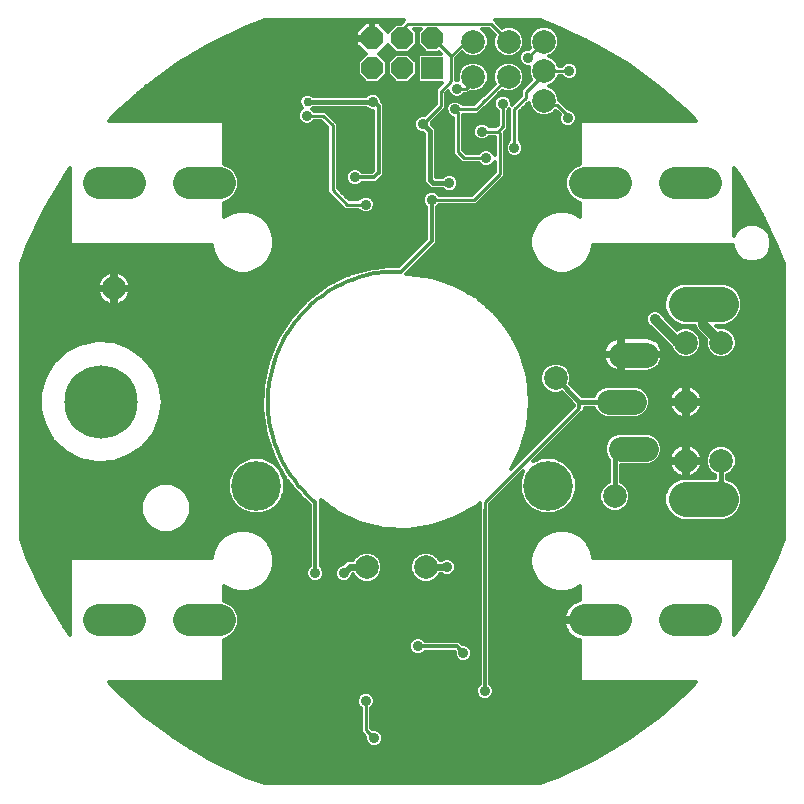
<source format=gbl>
G75*
%MOIN*%
%OFA0B0*%
%FSLAX24Y24*%
%IPPOS*%
%LPD*%
%AMOC8*
5,1,8,0,0,1.08239X$1,22.5*
%
%ADD10C,0.2441*%
%ADD11C,0.0827*%
%ADD12C,0.1181*%
%ADD13R,0.0740X0.0740*%
%ADD14OC8,0.0740*%
%ADD15C,0.1050*%
%ADD16C,0.0787*%
%ADD17C,0.1660*%
%ADD18C,0.0354*%
%ADD19C,0.0200*%
%ADD20C,0.0257*%
%ADD21C,0.0218*%
%ADD22C,0.0297*%
%ADD23C,0.0120*%
%ADD24C,0.0100*%
%ADD25C,0.0320*%
%ADD26C,0.0160*%
%ADD27C,0.0240*%
D10*
X003920Y013960D03*
D11*
X020849Y013960D02*
X021676Y013960D01*
X022070Y015534D02*
X021243Y015534D01*
X021243Y012385D02*
X022070Y012385D01*
D12*
X023408Y010711D02*
X024589Y010711D01*
X024589Y017208D02*
X023408Y017208D01*
D13*
X014960Y025074D03*
D14*
X013960Y025074D03*
X012960Y025074D03*
X012960Y026074D03*
X013960Y026074D03*
X014960Y026074D03*
D15*
X020035Y021243D02*
X021085Y021243D01*
X023035Y021243D02*
X024085Y021243D01*
X007885Y021243D02*
X006835Y021243D01*
X004885Y021243D02*
X003835Y021243D01*
X003835Y006676D02*
X004885Y006676D01*
X006835Y006676D02*
X007885Y006676D01*
X020035Y006676D02*
X021085Y006676D01*
X023035Y006676D02*
X024085Y006676D01*
D16*
X021046Y010810D03*
X023408Y011991D03*
X024589Y011991D03*
X023408Y013960D03*
X023408Y015928D03*
X024589Y015928D03*
X019078Y014747D03*
X014747Y008448D03*
X012778Y008448D03*
X004353Y017739D03*
X016322Y024786D03*
X017503Y024786D03*
X018684Y024983D03*
X018684Y023999D03*
X018684Y025967D03*
X017503Y025967D03*
X016322Y025967D03*
D17*
X018818Y011154D03*
X009101Y011154D03*
D18*
X011774Y009708D03*
X012011Y008245D03*
X011056Y008251D03*
X010111Y006897D03*
X010155Y004983D03*
X012747Y003983D03*
X014431Y004325D03*
X015574Y004397D03*
X016715Y004314D03*
X015999Y005582D03*
X014486Y005806D03*
X018034Y006906D03*
X015456Y008448D03*
X016056Y009619D03*
X017404Y010593D03*
X019748Y012492D03*
X018728Y013761D03*
X019836Y016125D03*
X022375Y016715D03*
X022208Y018113D03*
X026307Y017333D03*
X026398Y015528D03*
X026398Y012329D03*
X026368Y010110D03*
X025278Y007306D03*
X022129Y003694D03*
X020639Y002746D03*
X017523Y001765D03*
X013241Y001666D03*
X013023Y002743D03*
X009402Y001814D03*
X007444Y003029D03*
X013782Y008920D03*
X008841Y013448D03*
X006578Y014816D03*
X007611Y015790D03*
X009393Y015987D03*
X011952Y018536D03*
X013428Y018950D03*
X014137Y019629D03*
X014944Y020692D03*
X015534Y021243D03*
X016765Y022080D03*
X017700Y022424D03*
X016617Y022965D03*
X015731Y023704D03*
X015780Y024393D03*
X017306Y023900D03*
X018143Y025426D03*
X019521Y024983D03*
X019471Y023408D03*
X022380Y024028D03*
X016322Y019334D03*
X016952Y018290D03*
X012739Y020534D03*
X012385Y021440D03*
X012532Y022119D03*
X013960Y022119D03*
X013866Y022995D03*
X014649Y023211D03*
X012975Y023960D03*
X010771Y023487D03*
X010723Y025113D03*
X010723Y026392D03*
X008194Y025780D03*
X006785Y025128D03*
X005542Y023973D03*
X008088Y023717D03*
X008924Y023015D03*
X011794Y020249D03*
X005295Y018131D03*
X005042Y016774D03*
X002365Y016351D03*
X002365Y018226D03*
X002490Y020351D03*
X006430Y013192D03*
X005593Y011912D03*
X002293Y011556D03*
X002539Y009484D03*
X022209Y013254D03*
D19*
X010913Y022444D03*
X010908Y022719D03*
X010633Y022719D03*
X010633Y022444D03*
D20*
X011105Y021479D03*
D21*
X012424Y023408D03*
D22*
X010802Y023956D03*
X021759Y011109D03*
D23*
X012479Y003854D02*
X004969Y003854D01*
X004838Y003972D02*
X012450Y003972D01*
X012450Y003924D02*
X012495Y003815D01*
X012577Y003733D01*
X012577Y002948D01*
X012725Y002800D01*
X012725Y002684D01*
X012771Y002575D01*
X012854Y002491D01*
X012963Y002446D01*
X013082Y002446D01*
X013191Y002491D01*
X013274Y002575D01*
X013320Y002684D01*
X013320Y002802D01*
X013274Y002911D01*
X013191Y002995D01*
X013082Y003040D01*
X012966Y003040D01*
X012917Y003089D01*
X012917Y003733D01*
X012999Y003815D01*
X013044Y003924D01*
X013044Y004042D01*
X012999Y004151D01*
X012915Y004235D01*
X012806Y004280D01*
X012688Y004280D01*
X012579Y004235D01*
X012495Y004151D01*
X012450Y004042D01*
X012450Y003924D01*
X012470Y004091D02*
X004707Y004091D01*
X004576Y004209D02*
X012553Y004209D01*
X012941Y004209D02*
X016437Y004209D01*
X016418Y004255D02*
X016464Y004146D01*
X016547Y004062D01*
X016656Y004017D01*
X016775Y004017D01*
X016884Y004062D01*
X016967Y004146D01*
X017013Y004255D01*
X017013Y004373D01*
X016967Y004482D01*
X016895Y004554D01*
X016895Y010442D01*
X016885Y010452D01*
X016885Y010543D01*
X017997Y011654D01*
X017868Y011343D01*
X017868Y010965D01*
X018013Y010616D01*
X018280Y010349D01*
X018629Y010204D01*
X019007Y010204D01*
X019356Y010349D01*
X019623Y010616D01*
X019768Y010965D01*
X019768Y011343D01*
X019623Y011692D01*
X019356Y011960D01*
X019007Y012104D01*
X018629Y012104D01*
X018318Y011976D01*
X019925Y013583D01*
X019940Y013583D01*
X020045Y013688D01*
X020045Y013760D01*
X020355Y013760D01*
X020397Y013657D01*
X020547Y013507D01*
X020743Y013426D01*
X021782Y013426D01*
X021978Y013507D01*
X022128Y013657D01*
X022209Y013853D01*
X022209Y014066D01*
X022128Y014262D01*
X021978Y014412D01*
X021782Y014493D01*
X020743Y014493D01*
X020547Y014412D01*
X020397Y014262D01*
X020355Y014160D01*
X019948Y014160D01*
X019554Y014554D01*
X019591Y014645D01*
X019591Y014849D01*
X019513Y015038D01*
X019369Y015182D01*
X019180Y015261D01*
X018975Y015261D01*
X018787Y015182D01*
X018642Y015038D01*
X018564Y014849D01*
X018564Y014645D01*
X018642Y014456D01*
X018787Y014311D01*
X018975Y014233D01*
X019180Y014233D01*
X019271Y014271D01*
X019685Y013857D01*
X019685Y013823D01*
X017594Y011732D01*
X017924Y012372D01*
X018153Y013151D01*
X018153Y013151D01*
X018230Y013960D01*
X018153Y014768D01*
X017924Y015547D01*
X017552Y016268D01*
X017552Y016268D01*
X017050Y016906D01*
X017050Y016906D01*
X016437Y017438D01*
X016437Y017438D01*
X015734Y017844D01*
X015734Y017844D01*
X014966Y018110D01*
X014163Y018225D01*
X014163Y018225D01*
X014097Y018222D01*
X015018Y019144D01*
X015124Y019249D01*
X015124Y020452D01*
X015194Y020522D01*
X016432Y020522D01*
X017278Y021368D01*
X017378Y021468D01*
X017378Y022944D01*
X017419Y022985D01*
X017419Y022986D01*
X017476Y023043D01*
X017476Y023053D01*
X017476Y023125D01*
X017476Y023194D01*
X017476Y023650D01*
X017530Y023704D01*
X017530Y022674D01*
X017448Y022592D01*
X017403Y022483D01*
X017403Y022365D01*
X017448Y022256D01*
X017531Y022172D01*
X017641Y022127D01*
X017759Y022127D01*
X017868Y022172D01*
X017952Y022256D01*
X017997Y022365D01*
X017997Y022483D01*
X017952Y022592D01*
X017870Y022674D01*
X017870Y023633D01*
X018170Y023934D01*
X018170Y023897D01*
X018248Y023708D01*
X018393Y023563D01*
X018582Y023485D01*
X018786Y023485D01*
X018975Y023563D01*
X019075Y023663D01*
X019202Y023535D01*
X019174Y023467D01*
X019174Y023349D01*
X019219Y023240D01*
X019303Y023156D01*
X019412Y023111D01*
X019530Y023111D01*
X019640Y023156D01*
X019723Y023240D01*
X019769Y023349D01*
X019769Y023467D01*
X019723Y023577D01*
X019640Y023660D01*
X019530Y023706D01*
X019513Y023706D01*
X019297Y023922D01*
X019198Y024021D01*
X019198Y024101D01*
X019119Y024290D01*
X018975Y024434D01*
X018838Y024491D01*
X018975Y024548D01*
X019119Y024692D01*
X019170Y024813D01*
X019270Y024813D01*
X019352Y024731D01*
X019461Y024686D01*
X019580Y024686D01*
X019689Y024731D01*
X019772Y024815D01*
X019818Y024924D01*
X019818Y025042D01*
X019772Y025151D01*
X019689Y025235D01*
X019580Y025280D01*
X019461Y025280D01*
X019352Y025235D01*
X019270Y025153D01*
X019170Y025153D01*
X019119Y025274D01*
X018975Y025419D01*
X018838Y025475D01*
X018975Y025532D01*
X019119Y025676D01*
X019198Y025865D01*
X019198Y026070D01*
X019119Y026258D01*
X018975Y026403D01*
X018786Y026481D01*
X018582Y026481D01*
X018393Y026403D01*
X018248Y026258D01*
X018170Y026070D01*
X018170Y025865D01*
X018220Y025744D01*
X018199Y025723D01*
X018083Y025723D01*
X017974Y025678D01*
X017891Y025594D01*
X017845Y025485D01*
X017845Y025367D01*
X017891Y025258D01*
X017974Y025174D01*
X018083Y025129D01*
X018188Y025129D01*
X018170Y025085D01*
X018170Y024881D01*
X018248Y024692D01*
X018250Y024691D01*
X017923Y024365D01*
X017923Y024168D01*
X017916Y024161D01*
X017916Y024161D01*
X017603Y023848D01*
X017603Y023960D01*
X017558Y024069D01*
X017474Y024152D01*
X017365Y024198D01*
X017247Y024198D01*
X017138Y024152D01*
X017054Y024069D01*
X017009Y023960D01*
X017009Y023841D01*
X017054Y023732D01*
X017136Y023650D01*
X017136Y023183D01*
X017129Y023176D01*
X017088Y023135D01*
X016867Y023135D01*
X016785Y023217D01*
X016676Y023263D01*
X016558Y023263D01*
X016449Y023217D01*
X016365Y023134D01*
X016320Y023025D01*
X016320Y022906D01*
X016365Y022797D01*
X016449Y022714D01*
X016558Y022668D01*
X016676Y022668D01*
X016785Y022714D01*
X016867Y022795D01*
X017038Y022795D01*
X017038Y022197D01*
X017017Y022248D01*
X016933Y022332D01*
X016824Y022377D01*
X016706Y022377D01*
X016596Y022332D01*
X016514Y022250D01*
X016097Y022250D01*
X016000Y022347D01*
X016000Y023525D01*
X016000Y023534D01*
X016329Y023534D01*
X016329Y023534D01*
X016393Y023534D01*
X016470Y023534D01*
X016477Y023541D01*
X016488Y023541D01*
X016510Y023563D01*
X016684Y023738D01*
X016695Y023738D01*
X016717Y023760D01*
X016744Y023787D01*
X016745Y023788D01*
X017280Y024323D01*
X017401Y024273D01*
X017605Y024273D01*
X017794Y024351D01*
X017938Y024495D01*
X018017Y024684D01*
X018017Y024888D01*
X017938Y025077D01*
X017794Y025222D01*
X017605Y025300D01*
X017401Y025300D01*
X017212Y025222D01*
X017067Y025077D01*
X016989Y024888D01*
X016989Y024684D01*
X017039Y024563D01*
X016554Y024078D01*
X016554Y024078D01*
X016547Y024070D01*
X016536Y024070D01*
X016492Y024026D01*
X016347Y023881D01*
X016347Y023881D01*
X016340Y023874D01*
X015981Y023874D01*
X015900Y023956D01*
X015790Y024001D01*
X015672Y024001D01*
X015563Y023956D01*
X015479Y023872D01*
X015434Y023763D01*
X015434Y023645D01*
X015479Y023535D01*
X015563Y023452D01*
X015660Y023412D01*
X015660Y022206D01*
X015856Y022009D01*
X015956Y021910D01*
X016514Y021910D01*
X016596Y021828D01*
X016706Y021782D01*
X016824Y021782D01*
X016933Y021828D01*
X017017Y021911D01*
X017038Y021962D01*
X017038Y021609D01*
X016291Y020862D01*
X015194Y020862D01*
X015112Y020944D01*
X015003Y020989D01*
X014885Y020989D01*
X014775Y020944D01*
X014692Y020860D01*
X014647Y020751D01*
X014647Y020633D01*
X014692Y020523D01*
X014764Y020452D01*
X014764Y019398D01*
X013843Y018477D01*
X013836Y018470D01*
X013483Y018470D01*
X013475Y018476D01*
X013410Y018470D01*
X013344Y018470D01*
X013337Y018463D01*
X012992Y018431D01*
X012992Y018431D01*
X012200Y018207D01*
X012200Y018207D01*
X011461Y017844D01*
X010801Y017354D01*
X010801Y017354D01*
X010239Y016753D01*
X009794Y016061D01*
X009794Y016061D01*
X009482Y015299D01*
X009313Y014494D01*
X009291Y013672D01*
X009291Y013672D01*
X009417Y012859D01*
X009689Y012082D01*
X010095Y011367D01*
X010624Y010737D01*
X010624Y010737D01*
X010876Y010528D01*
X010876Y008491D01*
X010804Y008419D01*
X010759Y008310D01*
X010759Y008192D01*
X010804Y008083D01*
X010888Y007999D01*
X010997Y007954D01*
X011115Y007954D01*
X011224Y007999D01*
X011308Y008083D01*
X011353Y008192D01*
X011353Y008310D01*
X011308Y008419D01*
X011236Y008491D01*
X011236Y010548D01*
X011242Y010556D01*
X011236Y010622D01*
X011236Y010680D01*
X011824Y010261D01*
X011824Y010261D01*
X012563Y009924D01*
X013352Y009733D01*
X014163Y009694D01*
X014966Y009809D01*
X015734Y010075D01*
X016437Y010481D01*
X016545Y010575D01*
X016545Y010452D01*
X016535Y010442D01*
X016535Y004554D01*
X016464Y004482D01*
X016418Y004373D01*
X016418Y004255D01*
X016418Y004328D02*
X004445Y004328D01*
X004383Y004383D02*
X004173Y004616D01*
X007984Y004616D01*
X008020Y004651D01*
X008020Y006034D01*
X008250Y006129D01*
X008431Y006311D01*
X008530Y006548D01*
X008530Y006804D01*
X008431Y007041D01*
X008250Y007223D01*
X008020Y007318D01*
X008020Y007804D01*
X008243Y007675D01*
X008508Y007604D01*
X008782Y007604D01*
X009046Y007675D01*
X009284Y007812D01*
X009477Y008006D01*
X009614Y008243D01*
X009685Y008508D01*
X009685Y008782D01*
X009614Y009046D01*
X009477Y009284D01*
X009284Y009477D01*
X009046Y009614D01*
X008782Y009685D01*
X008508Y009685D01*
X008243Y009614D01*
X008006Y009477D01*
X007812Y009284D01*
X007675Y009046D01*
X007604Y008782D01*
X007604Y008736D01*
X002935Y008736D01*
X002900Y008701D01*
X002900Y006174D01*
X002702Y006443D01*
X002025Y007589D01*
X001467Y008798D01*
X001250Y009382D01*
X001250Y018537D01*
X001467Y019121D01*
X002025Y020330D01*
X002702Y021476D01*
X002900Y021745D01*
X002900Y019218D01*
X002935Y019183D01*
X007604Y019183D01*
X007604Y019137D01*
X007675Y018873D01*
X007812Y018635D01*
X008006Y018442D01*
X008243Y018305D01*
X008508Y018234D01*
X008782Y018234D01*
X009046Y018305D01*
X009284Y018442D01*
X009477Y018635D01*
X009614Y018873D01*
X009685Y019137D01*
X009685Y019411D01*
X009614Y019676D01*
X009477Y019913D01*
X009284Y020107D01*
X009046Y020244D01*
X008782Y020315D01*
X008508Y020315D01*
X008243Y020244D01*
X008020Y020115D01*
X008020Y020601D01*
X008250Y020696D01*
X008431Y020878D01*
X008530Y021115D01*
X008530Y021371D01*
X008431Y021608D01*
X008250Y021790D01*
X008020Y021885D01*
X008020Y023268D01*
X007984Y023303D01*
X004173Y023303D01*
X004383Y023536D01*
X005371Y024428D01*
X006443Y025217D01*
X007589Y025894D01*
X008798Y026452D01*
X009382Y026669D01*
X014027Y026669D01*
X013922Y026564D01*
X013757Y026564D01*
X013488Y026295D01*
X013179Y026604D01*
X013000Y026604D01*
X013000Y026114D01*
X012920Y026114D01*
X012920Y026604D01*
X012740Y026604D01*
X012430Y026293D01*
X012430Y026114D01*
X012920Y026114D01*
X012920Y026034D01*
X012430Y026034D01*
X012430Y025854D01*
X012738Y025545D01*
X012470Y025277D01*
X012470Y024871D01*
X012757Y024584D01*
X013162Y024584D01*
X013450Y024871D01*
X013450Y025277D01*
X013181Y025545D01*
X013488Y025852D01*
X013757Y025584D01*
X014162Y025584D01*
X014450Y025871D01*
X014450Y026277D01*
X014338Y026388D01*
X014581Y026388D01*
X014470Y026277D01*
X014470Y025871D01*
X014757Y025584D01*
X015162Y025584D01*
X015199Y025620D01*
X015255Y025564D01*
X014540Y025564D01*
X014470Y025493D01*
X014470Y024654D01*
X014540Y024584D01*
X015288Y024584D01*
X015117Y024413D01*
X015069Y024365D01*
X015069Y024354D01*
X005288Y024354D01*
X005157Y024236D02*
X012865Y024236D01*
X012916Y024257D02*
X012807Y024211D01*
X012751Y024156D01*
X010982Y024156D01*
X010954Y024183D01*
X010855Y024224D01*
X010749Y024224D01*
X010650Y024183D01*
X010574Y024108D01*
X010534Y024009D01*
X010534Y023902D01*
X010574Y023804D01*
X010628Y023750D01*
X010602Y023739D01*
X010519Y023655D01*
X010473Y023546D01*
X010473Y023428D01*
X010519Y023319D01*
X010602Y023235D01*
X010711Y023190D01*
X010830Y023190D01*
X010939Y023235D01*
X011021Y023317D01*
X011251Y023317D01*
X011467Y023102D01*
X011467Y020936D01*
X011566Y020837D01*
X012039Y020364D01*
X012489Y020364D01*
X012571Y020282D01*
X012680Y020237D01*
X012798Y020237D01*
X012907Y020282D01*
X012991Y020366D01*
X013036Y020475D01*
X013036Y020593D01*
X012991Y020703D01*
X012907Y020786D01*
X012798Y020831D01*
X012680Y020831D01*
X012571Y020786D01*
X012489Y020704D01*
X012180Y020704D01*
X011807Y021077D01*
X011807Y023243D01*
X011492Y023558D01*
X011392Y023657D01*
X011021Y023657D01*
X010951Y023727D01*
X010954Y023728D01*
X010982Y023756D01*
X012759Y023756D01*
X012807Y023708D01*
X012916Y023662D01*
X012992Y023662D01*
X012992Y021662D01*
X012985Y021655D01*
X012950Y021620D01*
X012625Y021620D01*
X012553Y021692D01*
X012444Y021737D01*
X012326Y021737D01*
X012216Y021692D01*
X012133Y021608D01*
X012088Y021499D01*
X012088Y021381D01*
X012133Y021272D01*
X012216Y021188D01*
X012326Y021143D01*
X012444Y021143D01*
X012553Y021188D01*
X012625Y021260D01*
X013099Y021260D01*
X013294Y021455D01*
X013352Y021513D01*
X013352Y021523D01*
X013352Y021523D01*
X013352Y021601D01*
X013352Y021672D01*
X013352Y023877D01*
X013272Y023956D01*
X013272Y024019D01*
X013227Y024128D01*
X013144Y024211D01*
X013034Y024257D01*
X012916Y024257D01*
X013085Y024236D02*
X015069Y024236D01*
X015069Y024214D02*
X015069Y024214D01*
X015069Y024284D01*
X015069Y024354D01*
X015069Y024354D01*
X015069Y024214D02*
X015069Y023872D01*
X015062Y023865D01*
X014705Y023509D01*
X014589Y023509D01*
X014480Y023463D01*
X014397Y023380D01*
X014351Y023271D01*
X014351Y023152D01*
X014397Y023043D01*
X014480Y022960D01*
X014589Y022914D01*
X014663Y022914D01*
X014687Y022890D01*
X014687Y022890D01*
X014695Y022883D01*
X014695Y021259D01*
X014850Y021103D01*
X014876Y021077D01*
X014903Y021050D01*
X014913Y021050D01*
X014920Y021043D01*
X015005Y021043D01*
X015086Y021043D01*
X015314Y021043D01*
X015366Y020991D01*
X015475Y020946D01*
X015593Y020946D01*
X015703Y020991D01*
X015786Y021075D01*
X015831Y021184D01*
X015831Y021302D01*
X015786Y021411D01*
X015703Y021495D01*
X015593Y021540D01*
X015475Y021540D01*
X015366Y021495D01*
X015314Y021443D01*
X015095Y021443D01*
X015095Y022872D01*
X015095Y022955D01*
X015095Y023038D01*
X015095Y023038D01*
X015095Y023048D01*
X015032Y023111D01*
X014946Y023197D01*
X014946Y023268D01*
X015358Y023681D01*
X015409Y023732D01*
X015409Y023742D01*
X015409Y023742D01*
X015409Y023812D01*
X015409Y023883D01*
X015409Y024224D01*
X015416Y024231D01*
X015494Y024308D01*
X015528Y024224D01*
X015612Y024141D01*
X015721Y024095D01*
X015840Y024095D01*
X015949Y024141D01*
X016031Y024223D01*
X016146Y024223D01*
X016203Y024279D01*
X016220Y024273D01*
X016424Y024273D01*
X016613Y024351D01*
X016757Y024495D01*
X016835Y024684D01*
X016835Y024888D01*
X016757Y025077D01*
X016613Y025222D01*
X016424Y025300D01*
X016220Y025300D01*
X016031Y025222D01*
X015886Y025077D01*
X015808Y024888D01*
X015808Y024690D01*
X015754Y024690D01*
X015754Y025405D01*
X015956Y025607D01*
X016031Y025532D01*
X016220Y025454D01*
X016424Y025454D01*
X016613Y025532D01*
X016757Y025676D01*
X016835Y025865D01*
X016835Y026070D01*
X016757Y026258D01*
X016628Y026388D01*
X016842Y026388D01*
X017039Y026191D01*
X016989Y026070D01*
X016989Y025865D01*
X017067Y025676D01*
X017212Y025532D01*
X017401Y025454D01*
X017605Y025454D01*
X017794Y025532D01*
X017938Y025676D01*
X018017Y025865D01*
X018017Y026070D01*
X017938Y026258D01*
X017794Y026403D01*
X017605Y026481D01*
X017401Y026481D01*
X017280Y026431D01*
X017041Y026669D01*
X018537Y026669D01*
X019121Y026452D01*
X020330Y025894D01*
X021476Y025217D01*
X022548Y024428D01*
X023536Y023536D01*
X023746Y023303D01*
X019935Y023303D01*
X019900Y023268D01*
X019900Y021885D01*
X019669Y021790D01*
X019488Y021608D01*
X019390Y021371D01*
X019390Y021115D01*
X019488Y020878D01*
X019669Y020696D01*
X019900Y020601D01*
X019900Y020115D01*
X019676Y020244D01*
X019411Y020315D01*
X019137Y020315D01*
X018873Y020244D01*
X018635Y020107D01*
X018442Y019913D01*
X018305Y019676D01*
X018234Y019411D01*
X018234Y019137D01*
X018305Y018873D01*
X018442Y018635D01*
X018635Y018442D01*
X018873Y018305D01*
X019137Y018234D01*
X019411Y018234D01*
X019676Y018305D01*
X019913Y018442D01*
X020107Y018635D01*
X020244Y018873D01*
X020315Y019137D01*
X020315Y019183D01*
X024980Y019183D01*
X024980Y019117D01*
X025078Y018881D01*
X025259Y018700D01*
X025495Y018602D01*
X025751Y018602D01*
X025987Y018700D01*
X026168Y018881D01*
X026266Y019117D01*
X026266Y019373D01*
X026168Y019609D01*
X025987Y019790D01*
X025751Y019888D01*
X025495Y019888D01*
X025259Y019790D01*
X025078Y019609D01*
X025020Y019469D01*
X025020Y021745D01*
X025217Y021476D01*
X025894Y020330D01*
X026452Y019121D01*
X026669Y018537D01*
X026669Y009382D01*
X026452Y008798D01*
X025894Y007589D01*
X025217Y006443D01*
X025020Y006174D01*
X025020Y008701D01*
X024984Y008736D01*
X020315Y008736D01*
X020315Y008782D01*
X020244Y009046D01*
X020107Y009284D01*
X019913Y009477D01*
X019676Y009614D01*
X019411Y009685D01*
X019137Y009685D01*
X018873Y009614D01*
X018635Y009477D01*
X018442Y009284D01*
X018305Y009046D01*
X018234Y008782D01*
X018234Y008508D01*
X018305Y008243D01*
X018442Y008006D01*
X018635Y007812D01*
X018873Y007675D01*
X019137Y007604D01*
X019411Y007604D01*
X019676Y007675D01*
X019900Y007804D01*
X019900Y007349D01*
X019814Y007326D01*
X019731Y007292D01*
X019653Y007247D01*
X019582Y007192D01*
X019518Y007129D01*
X019464Y007057D01*
X019419Y006980D01*
X019384Y006897D01*
X019361Y006810D01*
X019352Y006736D01*
X019900Y006736D01*
X019900Y006616D01*
X019352Y006616D01*
X019361Y006542D01*
X019384Y006455D01*
X019419Y006372D01*
X019464Y006295D01*
X019518Y006223D01*
X019582Y006160D01*
X019653Y006105D01*
X019731Y006060D01*
X019814Y006026D01*
X019900Y006003D01*
X019900Y004651D01*
X019935Y004616D01*
X023746Y004616D01*
X023536Y004383D01*
X022548Y003491D01*
X021476Y002702D01*
X020330Y002025D01*
X019121Y001467D01*
X018537Y001250D01*
X009382Y001250D01*
X008798Y001467D01*
X007589Y002025D01*
X006443Y002702D01*
X005371Y003491D01*
X004383Y004383D01*
X004326Y004446D02*
X016449Y004446D01*
X016535Y004565D02*
X004219Y004565D01*
X005100Y003735D02*
X012575Y003735D01*
X012577Y003617D02*
X005231Y003617D01*
X005362Y003498D02*
X012577Y003498D01*
X012577Y003380D02*
X005522Y003380D01*
X005683Y003261D02*
X012577Y003261D01*
X012577Y003143D02*
X005844Y003143D01*
X006005Y003024D02*
X012577Y003024D01*
X012620Y002906D02*
X006166Y002906D01*
X006327Y002787D02*
X012725Y002787D01*
X012732Y002669D02*
X006500Y002669D01*
X006700Y002550D02*
X012795Y002550D01*
X013250Y002550D02*
X021219Y002550D01*
X021419Y002669D02*
X013313Y002669D01*
X013320Y002787D02*
X021592Y002787D01*
X021753Y002906D02*
X013277Y002906D01*
X013121Y003024D02*
X021914Y003024D01*
X022075Y003143D02*
X012917Y003143D01*
X012917Y003261D02*
X022236Y003261D01*
X022397Y003380D02*
X012917Y003380D01*
X012917Y003498D02*
X022557Y003498D01*
X022688Y003617D02*
X012917Y003617D01*
X012919Y003735D02*
X022819Y003735D01*
X022950Y003854D02*
X013015Y003854D01*
X013044Y003972D02*
X023081Y003972D01*
X023212Y004091D02*
X016912Y004091D01*
X016994Y004209D02*
X023343Y004209D01*
X023474Y004328D02*
X017013Y004328D01*
X016982Y004446D02*
X023593Y004446D01*
X023700Y004565D02*
X016895Y004565D01*
X016895Y004683D02*
X019900Y004683D01*
X019900Y004802D02*
X016895Y004802D01*
X016895Y004920D02*
X019900Y004920D01*
X019900Y005039D02*
X016895Y005039D01*
X016895Y005157D02*
X019900Y005157D01*
X019900Y005276D02*
X016895Y005276D01*
X016895Y005394D02*
X019900Y005394D01*
X019900Y005513D02*
X016895Y005513D01*
X016895Y005631D02*
X019900Y005631D01*
X019900Y005750D02*
X016895Y005750D01*
X016895Y005868D02*
X019900Y005868D01*
X019900Y005987D02*
X016895Y005987D01*
X016895Y006105D02*
X019654Y006105D01*
X019518Y006224D02*
X016895Y006224D01*
X016895Y006342D02*
X019436Y006342D01*
X019383Y006461D02*
X016895Y006461D01*
X016895Y006579D02*
X019356Y006579D01*
X019363Y006816D02*
X016895Y006816D01*
X016895Y006698D02*
X019900Y006698D01*
X019400Y006935D02*
X016895Y006935D01*
X016895Y007053D02*
X019461Y007053D01*
X019561Y007172D02*
X016895Y007172D01*
X016895Y007290D02*
X019728Y007290D01*
X019900Y007409D02*
X016895Y007409D01*
X016895Y007527D02*
X019900Y007527D01*
X019900Y007646D02*
X019567Y007646D01*
X019831Y007764D02*
X019900Y007764D01*
X018982Y007646D02*
X016895Y007646D01*
X016895Y007764D02*
X018718Y007764D01*
X018565Y007883D02*
X016895Y007883D01*
X016895Y008001D02*
X018446Y008001D01*
X018376Y008120D02*
X016895Y008120D01*
X016895Y008238D02*
X018308Y008238D01*
X018274Y008357D02*
X016895Y008357D01*
X016895Y008475D02*
X018242Y008475D01*
X018234Y008594D02*
X016895Y008594D01*
X016895Y008712D02*
X018234Y008712D01*
X018247Y008831D02*
X016895Y008831D01*
X016895Y008949D02*
X018279Y008949D01*
X018317Y009068D02*
X016895Y009068D01*
X016895Y009186D02*
X018385Y009186D01*
X018463Y009305D02*
X016895Y009305D01*
X016895Y009423D02*
X018581Y009423D01*
X018747Y009542D02*
X016895Y009542D01*
X016895Y009660D02*
X019043Y009660D01*
X019506Y009660D02*
X026669Y009660D01*
X026669Y009542D02*
X019802Y009542D01*
X019968Y009423D02*
X026669Y009423D01*
X026641Y009305D02*
X020086Y009305D01*
X020164Y009186D02*
X026596Y009186D01*
X026552Y009068D02*
X020232Y009068D01*
X020270Y008949D02*
X026508Y008949D01*
X026464Y008831D02*
X020302Y008831D01*
X020944Y010296D02*
X021148Y010296D01*
X021337Y010374D01*
X021482Y010519D01*
X021560Y010708D01*
X021560Y010912D01*
X021482Y011101D01*
X021337Y011245D01*
X021246Y011283D01*
X021246Y011851D01*
X022176Y011851D01*
X022372Y011933D01*
X022522Y012083D01*
X022603Y012279D01*
X022603Y012491D01*
X022522Y012687D01*
X022372Y012837D01*
X022176Y012918D01*
X021137Y012918D01*
X020941Y012837D01*
X020791Y012687D01*
X020710Y012491D01*
X020710Y012279D01*
X020791Y012083D01*
X020846Y012027D01*
X020846Y011283D01*
X020755Y011245D01*
X020611Y011101D01*
X020532Y010912D01*
X020532Y010708D01*
X020611Y010519D01*
X020755Y010374D01*
X020944Y010296D01*
X020763Y010371D02*
X019378Y010371D01*
X019497Y010490D02*
X020640Y010490D01*
X020574Y010608D02*
X019615Y010608D01*
X019669Y010727D02*
X020532Y010727D01*
X020532Y010845D02*
X019718Y010845D01*
X019767Y010964D02*
X020554Y010964D01*
X020603Y011082D02*
X019768Y011082D01*
X019768Y011201D02*
X020710Y011201D01*
X020846Y011319D02*
X019768Y011319D01*
X019729Y011438D02*
X020846Y011438D01*
X020846Y011556D02*
X019680Y011556D01*
X019631Y011675D02*
X020846Y011675D01*
X020846Y011793D02*
X019523Y011793D01*
X019404Y011912D02*
X020846Y011912D01*
X020843Y012030D02*
X019187Y012030D01*
X018728Y012386D02*
X020710Y012386D01*
X020715Y012504D02*
X018847Y012504D01*
X018965Y012623D02*
X020764Y012623D01*
X020845Y012741D02*
X019084Y012741D01*
X019202Y012860D02*
X020995Y012860D01*
X020681Y013452D02*
X019795Y013452D01*
X019913Y013571D02*
X020484Y013571D01*
X020384Y013689D02*
X020045Y013689D01*
X019865Y013763D02*
X019865Y013960D01*
X019944Y014163D02*
X020356Y014163D01*
X020417Y014282D02*
X019826Y014282D01*
X019707Y014400D02*
X020535Y014400D01*
X020942Y015044D02*
X021023Y015003D01*
X021109Y014975D01*
X021183Y014963D01*
X021183Y015474D01*
X021303Y015474D01*
X021303Y014961D01*
X022115Y014961D01*
X022204Y014975D01*
X022290Y015003D01*
X022370Y015044D01*
X022443Y015097D01*
X022507Y015161D01*
X022560Y015234D01*
X022601Y015314D01*
X022629Y015400D01*
X022641Y015474D01*
X021303Y015474D01*
X021303Y015594D01*
X022641Y015594D01*
X022629Y015669D01*
X022601Y015754D01*
X022560Y015835D01*
X022507Y015908D01*
X022443Y015972D01*
X022370Y016025D01*
X022290Y016066D01*
X022204Y016094D01*
X022115Y016108D01*
X021303Y016108D01*
X021303Y015594D01*
X021183Y015594D01*
X021183Y015474D01*
X020672Y015474D01*
X020684Y015400D01*
X020712Y015314D01*
X020753Y015234D01*
X020806Y015161D01*
X020869Y015097D01*
X020942Y015044D01*
X020855Y015111D02*
X019440Y015111D01*
X019532Y014993D02*
X021055Y014993D01*
X021183Y014993D02*
X021303Y014993D01*
X021303Y015111D02*
X021183Y015111D01*
X021183Y015230D02*
X021303Y015230D01*
X021303Y015348D02*
X021183Y015348D01*
X021183Y015467D02*
X021303Y015467D01*
X021303Y015585D02*
X023025Y015585D01*
X022973Y015637D02*
X023117Y015493D01*
X023306Y015414D01*
X023511Y015414D01*
X023699Y015493D01*
X023844Y015637D01*
X023922Y015826D01*
X023922Y016030D01*
X023844Y016219D01*
X023699Y016364D01*
X023511Y016442D01*
X023306Y016442D01*
X023121Y016365D01*
X022644Y016842D01*
X022627Y016884D01*
X022543Y016967D01*
X022434Y017013D01*
X022316Y017013D01*
X022207Y016967D01*
X022123Y016884D01*
X022078Y016775D01*
X022078Y016656D01*
X022123Y016547D01*
X022207Y016464D01*
X022248Y016446D01*
X022913Y015781D01*
X022973Y015637D01*
X022945Y015704D02*
X022618Y015704D01*
X022567Y015822D02*
X022872Y015822D01*
X022754Y015941D02*
X022474Y015941D01*
X022635Y016059D02*
X022303Y016059D01*
X022517Y016178D02*
X017599Y016178D01*
X017660Y016059D02*
X021010Y016059D01*
X021023Y016066D02*
X020942Y016025D01*
X020869Y015972D01*
X020806Y015908D01*
X020753Y015835D01*
X020712Y015754D01*
X020684Y015669D01*
X020672Y015594D01*
X021183Y015594D01*
X021183Y016105D01*
X021109Y016094D01*
X021023Y016066D01*
X021183Y016059D02*
X021303Y016059D01*
X021303Y015941D02*
X021183Y015941D01*
X021183Y015822D02*
X021303Y015822D01*
X021303Y015704D02*
X021183Y015704D01*
X021183Y015585D02*
X017904Y015585D01*
X017924Y015547D02*
X017924Y015547D01*
X017948Y015467D02*
X020673Y015467D01*
X020701Y015348D02*
X017982Y015348D01*
X018017Y015230D02*
X018900Y015230D01*
X018715Y015111D02*
X018052Y015111D01*
X018087Y014993D02*
X018623Y014993D01*
X018574Y014874D02*
X018122Y014874D01*
X018153Y014768D02*
X018153Y014768D01*
X018154Y014756D02*
X018564Y014756D01*
X018567Y014637D02*
X018165Y014637D01*
X018177Y014519D02*
X018616Y014519D01*
X018698Y014400D02*
X018188Y014400D01*
X018199Y014282D02*
X018859Y014282D01*
X019379Y014163D02*
X018211Y014163D01*
X018222Y014045D02*
X019497Y014045D01*
X019616Y013926D02*
X018227Y013926D01*
X018230Y013960D02*
X018230Y013960D01*
X018215Y013808D02*
X019669Y013808D01*
X019551Y013689D02*
X018204Y013689D01*
X018193Y013571D02*
X019432Y013571D01*
X019314Y013452D02*
X018181Y013452D01*
X018170Y013334D02*
X019195Y013334D01*
X019077Y013215D02*
X018159Y013215D01*
X018137Y013097D02*
X018958Y013097D01*
X018840Y012978D02*
X018102Y012978D01*
X018067Y012860D02*
X018721Y012860D01*
X018603Y012741D02*
X018032Y012741D01*
X017998Y012623D02*
X018484Y012623D01*
X018366Y012504D02*
X017963Y012504D01*
X017928Y012386D02*
X018247Y012386D01*
X018129Y012267D02*
X017870Y012267D01*
X017924Y012372D02*
X017924Y012372D01*
X018010Y012149D02*
X017809Y012149D01*
X017748Y012030D02*
X017892Y012030D01*
X017773Y011912D02*
X017686Y011912D01*
X017655Y011793D02*
X017625Y011793D01*
X017899Y011556D02*
X017956Y011556D01*
X017907Y011438D02*
X017780Y011438D01*
X017868Y011319D02*
X017662Y011319D01*
X017543Y011201D02*
X017868Y011201D01*
X017868Y011082D02*
X017425Y011082D01*
X017306Y010964D02*
X017869Y010964D01*
X017918Y010845D02*
X017188Y010845D01*
X017069Y010727D02*
X017967Y010727D01*
X018021Y010608D02*
X016951Y010608D01*
X016885Y010490D02*
X018140Y010490D01*
X018258Y010371D02*
X016895Y010371D01*
X016895Y010253D02*
X018513Y010253D01*
X019123Y010253D02*
X022862Y010253D01*
X022806Y010309D02*
X023006Y010109D01*
X023267Y010001D01*
X024731Y010001D01*
X024992Y010109D01*
X025192Y010309D01*
X025300Y010570D01*
X025300Y010853D01*
X025192Y011114D01*
X024992Y011314D01*
X024789Y011398D01*
X024789Y011518D01*
X024880Y011556D01*
X025025Y011700D01*
X025103Y011889D01*
X025103Y012093D01*
X025025Y012282D01*
X024880Y012427D01*
X024692Y012505D01*
X024487Y012505D01*
X024298Y012427D01*
X024154Y012282D01*
X024076Y012093D01*
X024076Y011889D01*
X024154Y011700D01*
X024298Y011556D01*
X023752Y011556D01*
X023769Y011569D02*
X023831Y011630D01*
X023882Y011701D01*
X023921Y011778D01*
X023948Y011861D01*
X023959Y011931D01*
X023468Y011931D01*
X023468Y011440D01*
X023538Y011451D01*
X023621Y011478D01*
X023699Y011517D01*
X023769Y011569D01*
X023863Y011675D02*
X024179Y011675D01*
X024115Y011793D02*
X023926Y011793D01*
X023956Y011912D02*
X024076Y011912D01*
X024076Y012030D02*
X023468Y012030D01*
X023468Y012051D02*
X023959Y012051D01*
X023948Y012121D01*
X023921Y012204D01*
X023882Y012281D01*
X023831Y012352D01*
X023769Y012413D01*
X023699Y012465D01*
X023621Y012504D01*
X024486Y012504D01*
X024693Y012504D02*
X026669Y012504D01*
X026669Y012386D02*
X024921Y012386D01*
X025031Y012267D02*
X026669Y012267D01*
X026669Y012149D02*
X025080Y012149D01*
X025103Y012030D02*
X026669Y012030D01*
X026669Y011912D02*
X025103Y011912D01*
X025063Y011793D02*
X026669Y011793D01*
X026669Y011675D02*
X024999Y011675D01*
X024881Y011556D02*
X026669Y011556D01*
X026669Y011438D02*
X024789Y011438D01*
X024980Y011319D02*
X026669Y011319D01*
X026669Y011201D02*
X025105Y011201D01*
X025205Y011082D02*
X026669Y011082D01*
X026669Y010964D02*
X025254Y010964D01*
X025300Y010845D02*
X026669Y010845D01*
X026669Y010727D02*
X025300Y010727D01*
X025300Y010608D02*
X026669Y010608D01*
X026669Y010490D02*
X025267Y010490D01*
X025218Y010371D02*
X026669Y010371D01*
X026669Y010253D02*
X025135Y010253D01*
X025017Y010134D02*
X026669Y010134D01*
X026669Y010016D02*
X024766Y010016D01*
X025008Y008712D02*
X026412Y008712D01*
X026357Y008594D02*
X025020Y008594D01*
X025020Y008475D02*
X026303Y008475D01*
X026248Y008357D02*
X025020Y008357D01*
X025020Y008238D02*
X026193Y008238D01*
X026139Y008120D02*
X025020Y008120D01*
X025020Y008001D02*
X026084Y008001D01*
X026029Y007883D02*
X025020Y007883D01*
X025020Y007764D02*
X025975Y007764D01*
X025920Y007646D02*
X025020Y007646D01*
X025020Y007527D02*
X025857Y007527D01*
X025787Y007409D02*
X025020Y007409D01*
X025020Y007290D02*
X025717Y007290D01*
X025647Y007172D02*
X025020Y007172D01*
X025020Y007053D02*
X025577Y007053D01*
X025507Y006935D02*
X025020Y006935D01*
X025020Y006816D02*
X025437Y006816D01*
X025367Y006698D02*
X025020Y006698D01*
X025020Y006579D02*
X025297Y006579D01*
X025227Y006461D02*
X025020Y006461D01*
X025020Y006342D02*
X025143Y006342D01*
X025056Y006224D02*
X025020Y006224D01*
X026669Y009779D02*
X016895Y009779D01*
X016895Y009897D02*
X026669Y009897D01*
X024389Y011422D02*
X024389Y011518D01*
X024298Y011556D01*
X024389Y011438D02*
X021246Y011438D01*
X021246Y011556D02*
X023065Y011556D01*
X023048Y011569D02*
X023118Y011517D01*
X023196Y011478D01*
X023279Y011451D01*
X023348Y011440D01*
X023348Y011931D01*
X022857Y011931D01*
X022868Y011861D01*
X022895Y011778D01*
X022935Y011701D01*
X022986Y011630D01*
X023048Y011569D01*
X022954Y011675D02*
X021246Y011675D01*
X021246Y011793D02*
X022890Y011793D01*
X022860Y011912D02*
X022321Y011912D01*
X022469Y012030D02*
X023348Y012030D01*
X023348Y012051D02*
X023348Y011931D01*
X023468Y011931D01*
X023468Y012051D01*
X023348Y012051D01*
X022857Y012051D01*
X022868Y012121D01*
X022895Y012204D01*
X022935Y012281D01*
X022986Y012352D01*
X023048Y012413D01*
X023118Y012465D01*
X023196Y012504D01*
X023279Y012531D01*
X023348Y012542D01*
X023348Y012051D01*
X023348Y012149D02*
X023468Y012149D01*
X023468Y012051D02*
X023468Y012542D01*
X023538Y012531D01*
X023621Y012504D01*
X023468Y012504D02*
X023348Y012504D01*
X023348Y012386D02*
X023468Y012386D01*
X023468Y012267D02*
X023348Y012267D01*
X023196Y012504D02*
X022598Y012504D01*
X022603Y012386D02*
X023020Y012386D01*
X022928Y012267D02*
X022598Y012267D01*
X022549Y012149D02*
X022877Y012149D01*
X023348Y011912D02*
X023468Y011912D01*
X023468Y011793D02*
X023348Y011793D01*
X023348Y011675D02*
X023468Y011675D01*
X023468Y011556D02*
X023348Y011556D01*
X023267Y011422D02*
X023006Y011314D01*
X022806Y011114D01*
X022698Y010853D01*
X022698Y010570D01*
X022806Y010309D01*
X022780Y010371D02*
X021329Y010371D01*
X021452Y010490D02*
X022731Y010490D01*
X022698Y010608D02*
X021519Y010608D01*
X021560Y010727D02*
X022698Y010727D01*
X022698Y010845D02*
X021560Y010845D01*
X021539Y010964D02*
X022744Y010964D01*
X022793Y011082D02*
X021489Y011082D01*
X021382Y011201D02*
X022893Y011201D01*
X023018Y011319D02*
X021246Y011319D01*
X020763Y012149D02*
X018491Y012149D01*
X018450Y012030D02*
X018373Y012030D01*
X018610Y012267D02*
X020714Y012267D01*
X019439Y013097D02*
X026669Y013097D01*
X026669Y013215D02*
X019558Y013215D01*
X019676Y013334D02*
X026669Y013334D01*
X026669Y013452D02*
X023632Y013452D01*
X023621Y013446D02*
X023699Y013486D01*
X023769Y013537D01*
X023831Y013599D01*
X023882Y013669D01*
X023921Y013747D01*
X023948Y013830D01*
X023959Y013900D01*
X023468Y013900D01*
X023468Y014020D01*
X023348Y014020D01*
X023348Y014511D01*
X023279Y014500D01*
X023196Y014473D01*
X023118Y014433D01*
X023048Y014382D01*
X022986Y014320D01*
X022935Y014250D01*
X022895Y014172D01*
X022868Y014089D01*
X022857Y014020D01*
X023348Y014020D01*
X023348Y013900D01*
X022857Y013900D01*
X022868Y013830D01*
X022895Y013747D01*
X022935Y013669D01*
X022986Y013599D01*
X023048Y013537D01*
X023118Y013486D01*
X023196Y013446D01*
X023279Y013419D01*
X023348Y013408D01*
X023348Y013900D01*
X023468Y013900D01*
X023468Y013408D01*
X023538Y013419D01*
X023621Y013446D01*
X023468Y013452D02*
X023348Y013452D01*
X023348Y013571D02*
X023468Y013571D01*
X023468Y013689D02*
X023348Y013689D01*
X023348Y013808D02*
X023468Y013808D01*
X023468Y013926D02*
X026669Y013926D01*
X026669Y013808D02*
X023941Y013808D01*
X023892Y013689D02*
X026669Y013689D01*
X026669Y013571D02*
X023802Y013571D01*
X023348Y013926D02*
X022209Y013926D01*
X022209Y014045D02*
X022861Y014045D01*
X022892Y014163D02*
X022169Y014163D01*
X022108Y014282D02*
X022958Y014282D01*
X023073Y014400D02*
X021990Y014400D01*
X022190Y013808D02*
X022876Y013808D01*
X022925Y013689D02*
X022141Y013689D01*
X022041Y013571D02*
X023014Y013571D01*
X023185Y013452D02*
X021845Y013452D01*
X022317Y012860D02*
X026669Y012860D01*
X026669Y012978D02*
X019321Y012978D01*
X019589Y014519D02*
X026669Y014519D01*
X026669Y014637D02*
X019588Y014637D01*
X019591Y014756D02*
X026669Y014756D01*
X026669Y014874D02*
X019581Y014874D01*
X019255Y015230D02*
X020756Y015230D01*
X020695Y015704D02*
X017843Y015704D01*
X017782Y015822D02*
X020746Y015822D01*
X020838Y015941D02*
X017721Y015941D01*
X017530Y016296D02*
X022398Y016296D01*
X022280Y016415D02*
X017437Y016415D01*
X017344Y016533D02*
X022137Y016533D01*
X022080Y016652D02*
X017251Y016652D01*
X017157Y016770D02*
X022078Y016770D01*
X022128Y016889D02*
X017064Y016889D01*
X017050Y016906D02*
X017050Y016906D01*
X016934Y017007D02*
X022302Y017007D01*
X022447Y017007D02*
X022722Y017007D01*
X022698Y017066D02*
X022806Y016805D01*
X023006Y016605D01*
X023267Y016497D01*
X023719Y016497D01*
X023719Y016463D01*
X023762Y016360D01*
X023840Y016281D01*
X024080Y016041D01*
X024076Y016030D01*
X024076Y015826D01*
X024154Y015637D01*
X024298Y015493D01*
X024487Y015414D01*
X024692Y015414D01*
X024880Y015493D01*
X025025Y015637D01*
X025103Y015826D01*
X025103Y016030D01*
X025025Y016219D01*
X024880Y016364D01*
X024692Y016442D01*
X024487Y016442D01*
X024476Y016437D01*
X024416Y016497D01*
X024731Y016497D01*
X024992Y016605D01*
X025192Y016805D01*
X025300Y017066D01*
X025300Y017349D01*
X025192Y017610D01*
X024992Y017810D01*
X024731Y017918D01*
X023267Y017918D01*
X023006Y017810D01*
X022806Y017610D01*
X022698Y017349D01*
X022698Y017066D01*
X022698Y017126D02*
X016797Y017126D01*
X016661Y017244D02*
X022698Y017244D01*
X022703Y017363D02*
X016524Y017363D01*
X016362Y017481D02*
X022753Y017481D01*
X022802Y017600D02*
X016157Y017600D01*
X015952Y017718D02*
X022914Y017718D01*
X023070Y017837D02*
X015747Y017837D01*
X015413Y017955D02*
X026669Y017955D01*
X026669Y017837D02*
X024928Y017837D01*
X025084Y017718D02*
X026669Y017718D01*
X026669Y017600D02*
X025196Y017600D01*
X025245Y017481D02*
X026669Y017481D01*
X026669Y017363D02*
X025294Y017363D01*
X025300Y017244D02*
X026669Y017244D01*
X026669Y017126D02*
X025300Y017126D01*
X025275Y017007D02*
X026669Y017007D01*
X026669Y016889D02*
X025226Y016889D01*
X025157Y016770D02*
X026669Y016770D01*
X026669Y016652D02*
X025038Y016652D01*
X024818Y016533D02*
X026669Y016533D01*
X026669Y016415D02*
X024757Y016415D01*
X024948Y016296D02*
X026669Y016296D01*
X026669Y016178D02*
X025042Y016178D01*
X025091Y016059D02*
X026669Y016059D01*
X026669Y015941D02*
X025103Y015941D01*
X025102Y015822D02*
X026669Y015822D01*
X026669Y015704D02*
X025052Y015704D01*
X024973Y015585D02*
X026669Y015585D01*
X026669Y015467D02*
X024818Y015467D01*
X024361Y015467D02*
X023637Y015467D01*
X023792Y015585D02*
X024206Y015585D01*
X024126Y015704D02*
X023871Y015704D01*
X023920Y015822D02*
X024077Y015822D01*
X024076Y015941D02*
X023922Y015941D01*
X023910Y016059D02*
X024062Y016059D01*
X023944Y016178D02*
X023861Y016178D01*
X023825Y016296D02*
X023767Y016296D01*
X023739Y016415D02*
X023576Y016415D01*
X023241Y016415D02*
X023072Y016415D01*
X023180Y016533D02*
X022953Y016533D01*
X022959Y016652D02*
X022835Y016652D01*
X022841Y016770D02*
X022716Y016770D01*
X022771Y016889D02*
X022622Y016889D01*
X022640Y015467D02*
X023180Y015467D01*
X022612Y015348D02*
X026669Y015348D01*
X026669Y015230D02*
X022557Y015230D01*
X022457Y015111D02*
X026669Y015111D01*
X026669Y014993D02*
X022258Y014993D01*
X023348Y014400D02*
X023468Y014400D01*
X023468Y014511D02*
X023468Y014020D01*
X023959Y014020D01*
X023948Y014089D01*
X023921Y014172D01*
X023882Y014250D01*
X023831Y014320D01*
X023769Y014382D01*
X023699Y014433D01*
X023621Y014473D01*
X023538Y014500D01*
X023468Y014511D01*
X023468Y014282D02*
X023348Y014282D01*
X023348Y014163D02*
X023468Y014163D01*
X023468Y014045D02*
X023348Y014045D01*
X023744Y014400D02*
X026669Y014400D01*
X026669Y014282D02*
X023859Y014282D01*
X023924Y014163D02*
X026669Y014163D01*
X026669Y014045D02*
X023955Y014045D01*
X022468Y012741D02*
X026669Y012741D01*
X026669Y012623D02*
X022549Y012623D01*
X023797Y012386D02*
X024257Y012386D01*
X024148Y012267D02*
X023889Y012267D01*
X023939Y012149D02*
X024099Y012149D01*
X024389Y011422D02*
X023267Y011422D01*
X022981Y010134D02*
X016895Y010134D01*
X016895Y010016D02*
X023232Y010016D01*
X016715Y010367D02*
X016715Y004314D01*
X016519Y004091D02*
X013024Y004091D01*
X014318Y005554D02*
X014427Y005509D01*
X014545Y005509D01*
X014654Y005554D01*
X014726Y005626D01*
X015700Y005626D01*
X015702Y005624D01*
X015702Y005522D01*
X015747Y005413D01*
X015831Y005330D01*
X015940Y005284D01*
X016058Y005284D01*
X016167Y005330D01*
X016251Y005413D01*
X016296Y005522D01*
X016296Y005641D01*
X016251Y005750D01*
X016167Y005833D01*
X016058Y005879D01*
X015956Y005879D01*
X015849Y005986D01*
X014726Y005986D01*
X014654Y006058D01*
X014545Y006103D01*
X014427Y006103D01*
X014318Y006058D01*
X014234Y005974D01*
X014189Y005865D01*
X014189Y005747D01*
X014234Y005638D01*
X014318Y005554D01*
X014418Y005513D02*
X008020Y005513D01*
X008020Y005631D02*
X014241Y005631D01*
X014189Y005750D02*
X008020Y005750D01*
X008020Y005868D02*
X014190Y005868D01*
X014246Y005987D02*
X008020Y005987D01*
X008191Y006105D02*
X016535Y006105D01*
X016535Y005987D02*
X014726Y005987D01*
X014486Y005806D02*
X015774Y005806D01*
X015999Y005582D01*
X016232Y005394D02*
X016535Y005394D01*
X016535Y005276D02*
X008020Y005276D01*
X008020Y005394D02*
X015766Y005394D01*
X015706Y005513D02*
X014554Y005513D01*
X014482Y005802D02*
X014486Y005806D01*
X016084Y005868D02*
X016535Y005868D01*
X016535Y005750D02*
X016251Y005750D01*
X016296Y005631D02*
X016535Y005631D01*
X016535Y005513D02*
X016292Y005513D01*
X016535Y005157D02*
X008020Y005157D01*
X008020Y005039D02*
X016535Y005039D01*
X016535Y004920D02*
X008020Y004920D01*
X008020Y004802D02*
X016535Y004802D01*
X016535Y004683D02*
X008020Y004683D01*
X008344Y006224D02*
X016535Y006224D01*
X016535Y006342D02*
X008444Y006342D01*
X008493Y006461D02*
X016535Y006461D01*
X016535Y006579D02*
X008530Y006579D01*
X008530Y006698D02*
X016535Y006698D01*
X016535Y006816D02*
X008525Y006816D01*
X008476Y006935D02*
X016535Y006935D01*
X016535Y007053D02*
X008420Y007053D01*
X008301Y007172D02*
X016535Y007172D01*
X016535Y007290D02*
X008088Y007290D01*
X008020Y007409D02*
X016535Y007409D01*
X016535Y007527D02*
X008020Y007527D01*
X008020Y007646D02*
X008352Y007646D01*
X008088Y007764D02*
X008020Y007764D01*
X008937Y007646D02*
X016535Y007646D01*
X016535Y007764D02*
X009201Y007764D01*
X009354Y007883D02*
X016535Y007883D01*
X016535Y008001D02*
X015011Y008001D01*
X015038Y008012D02*
X015182Y008157D01*
X015204Y008208D01*
X015275Y008208D01*
X015287Y008196D01*
X015396Y008151D01*
X015515Y008151D01*
X015624Y008196D01*
X015708Y008279D01*
X015753Y008389D01*
X015753Y008507D01*
X015708Y008616D01*
X015624Y008700D01*
X015515Y008745D01*
X015396Y008745D01*
X015287Y008700D01*
X015275Y008688D01*
X015204Y008688D01*
X015182Y008739D01*
X015038Y008883D01*
X014849Y008961D01*
X014645Y008961D01*
X014456Y008883D01*
X014311Y008739D01*
X014233Y008550D01*
X014233Y008346D01*
X014311Y008157D01*
X014456Y008012D01*
X014645Y007934D01*
X014849Y007934D01*
X015038Y008012D01*
X015145Y008120D02*
X016535Y008120D01*
X016535Y008238D02*
X015666Y008238D01*
X015739Y008357D02*
X016535Y008357D01*
X016535Y008475D02*
X015753Y008475D01*
X015717Y008594D02*
X016535Y008594D01*
X016535Y008712D02*
X015594Y008712D01*
X015317Y008712D02*
X015193Y008712D01*
X015091Y008831D02*
X016535Y008831D01*
X016535Y008949D02*
X014879Y008949D01*
X014615Y008949D02*
X012911Y008949D01*
X012881Y008961D02*
X012676Y008961D01*
X012487Y008883D01*
X012343Y008739D01*
X012322Y008688D01*
X012166Y008688D01*
X012078Y008651D01*
X011968Y008542D01*
X011952Y008542D01*
X011842Y008496D01*
X011759Y008413D01*
X011714Y008304D01*
X011714Y008185D01*
X011759Y008076D01*
X011842Y007993D01*
X011952Y007947D01*
X012070Y007947D01*
X012179Y007993D01*
X012263Y008076D01*
X012308Y008185D01*
X012308Y008202D01*
X012313Y008208D01*
X012322Y008208D01*
X012343Y008157D01*
X012487Y008012D01*
X012676Y007934D01*
X012881Y007934D01*
X013069Y008012D01*
X013214Y008157D01*
X013292Y008346D01*
X013292Y008550D01*
X013214Y008739D01*
X013069Y008883D01*
X012881Y008961D01*
X012646Y008949D02*
X011236Y008949D01*
X011236Y008831D02*
X012435Y008831D01*
X012332Y008712D02*
X011236Y008712D01*
X011236Y008594D02*
X012020Y008594D01*
X011821Y008475D02*
X011252Y008475D01*
X011334Y008357D02*
X011735Y008357D01*
X011714Y008238D02*
X011353Y008238D01*
X011323Y008120D02*
X011741Y008120D01*
X011834Y008001D02*
X011226Y008001D01*
X011056Y008251D02*
X011056Y010613D01*
X011237Y010608D02*
X011337Y010608D01*
X011236Y010490D02*
X011504Y010490D01*
X011670Y010371D02*
X011236Y010371D01*
X011236Y010253D02*
X011843Y010253D01*
X012103Y010134D02*
X011236Y010134D01*
X011236Y010016D02*
X012362Y010016D01*
X012563Y009924D02*
X012563Y009924D01*
X012674Y009897D02*
X011236Y009897D01*
X011236Y009779D02*
X013162Y009779D01*
X013352Y009733D02*
X013352Y009733D01*
X013122Y008831D02*
X014403Y008831D01*
X014300Y008712D02*
X013225Y008712D01*
X013274Y008594D02*
X014251Y008594D01*
X014233Y008475D02*
X013292Y008475D01*
X013292Y008357D02*
X014233Y008357D01*
X014278Y008238D02*
X013248Y008238D01*
X013177Y008120D02*
X014349Y008120D01*
X014483Y008001D02*
X013042Y008001D01*
X012514Y008001D02*
X012187Y008001D01*
X012281Y008120D02*
X012380Y008120D01*
X011236Y009068D02*
X016535Y009068D01*
X016535Y009186D02*
X011236Y009186D01*
X011236Y009305D02*
X016535Y009305D01*
X016535Y009423D02*
X011236Y009423D01*
X011236Y009542D02*
X016535Y009542D01*
X016535Y009660D02*
X011236Y009660D01*
X010876Y009660D02*
X008876Y009660D01*
X009172Y009542D02*
X010876Y009542D01*
X010876Y009423D02*
X009338Y009423D01*
X009456Y009305D02*
X010876Y009305D01*
X010876Y009186D02*
X009534Y009186D01*
X009602Y009068D02*
X010876Y009068D01*
X010876Y008949D02*
X009640Y008949D01*
X009672Y008831D02*
X010876Y008831D01*
X010876Y008712D02*
X009685Y008712D01*
X009685Y008594D02*
X010876Y008594D01*
X010860Y008475D02*
X009677Y008475D01*
X009645Y008357D02*
X010778Y008357D01*
X010759Y008238D02*
X009612Y008238D01*
X009543Y008120D02*
X010789Y008120D01*
X010886Y008001D02*
X009473Y008001D01*
X007649Y008949D02*
X001411Y008949D01*
X001455Y008831D02*
X007617Y008831D01*
X007687Y009068D02*
X001367Y009068D01*
X001323Y009186D02*
X007755Y009186D01*
X007833Y009305D02*
X001278Y009305D01*
X001250Y009423D02*
X007951Y009423D01*
X008117Y009542D02*
X001250Y009542D01*
X001250Y009660D02*
X005716Y009660D01*
X005610Y009704D02*
X005918Y009576D01*
X006253Y009576D01*
X006561Y009704D01*
X006798Y009940D01*
X006925Y010249D01*
X006925Y010583D01*
X006798Y010892D01*
X006561Y011128D01*
X006253Y011256D01*
X005918Y011256D01*
X005610Y011128D01*
X005373Y010892D01*
X005246Y010583D01*
X005246Y010249D01*
X005373Y009940D01*
X005610Y009704D01*
X005535Y009779D02*
X001250Y009779D01*
X001250Y009897D02*
X005417Y009897D01*
X005342Y010016D02*
X001250Y010016D01*
X001250Y010134D02*
X005293Y010134D01*
X005246Y010253D02*
X001250Y010253D01*
X001250Y010371D02*
X005246Y010371D01*
X005246Y010490D02*
X001250Y010490D01*
X001250Y010608D02*
X005256Y010608D01*
X005305Y010727D02*
X001250Y010727D01*
X001250Y010845D02*
X005354Y010845D01*
X005445Y010964D02*
X001250Y010964D01*
X001250Y011082D02*
X005563Y011082D01*
X005784Y011201D02*
X001250Y011201D01*
X001250Y011319D02*
X008151Y011319D01*
X008151Y011343D02*
X008151Y010965D01*
X008296Y010616D01*
X008563Y010349D01*
X008912Y010204D01*
X009290Y010204D01*
X009639Y010349D01*
X009906Y010616D01*
X010051Y010965D01*
X010051Y011343D01*
X009906Y011692D01*
X009639Y011960D01*
X009290Y012104D01*
X008912Y012104D01*
X008563Y011960D01*
X008296Y011692D01*
X008151Y011343D01*
X008190Y011438D02*
X001250Y011438D01*
X001250Y011556D02*
X008239Y011556D01*
X008288Y011675D02*
X001250Y011675D01*
X001250Y011793D02*
X008396Y011793D01*
X008515Y011912D02*
X003790Y011912D01*
X003780Y011911D02*
X004338Y011949D01*
X004865Y012136D01*
X005322Y012459D01*
X005675Y012893D01*
X005898Y013405D01*
X005974Y013960D01*
X005898Y014514D01*
X005675Y015026D01*
X005322Y015460D01*
X004865Y015783D01*
X004338Y015970D01*
X004338Y015970D01*
X003780Y016008D01*
X003232Y015894D01*
X002736Y015637D01*
X002327Y015255D01*
X002037Y014778D01*
X002037Y014778D01*
X001886Y014239D01*
X001886Y013680D01*
X002037Y013141D01*
X002327Y012664D01*
X002327Y012664D01*
X002736Y012282D01*
X003232Y012025D01*
X003780Y011911D01*
X003780Y011911D01*
X003777Y011912D02*
X001250Y011912D01*
X001250Y012030D02*
X003222Y012030D01*
X003232Y012025D02*
X003232Y012025D01*
X002993Y012149D02*
X001250Y012149D01*
X001250Y012267D02*
X002765Y012267D01*
X002736Y012282D02*
X002736Y012282D01*
X002625Y012386D02*
X001250Y012386D01*
X001250Y012504D02*
X002498Y012504D01*
X002371Y012623D02*
X001250Y012623D01*
X001250Y012741D02*
X002280Y012741D01*
X002208Y012860D02*
X001250Y012860D01*
X001250Y012978D02*
X002136Y012978D01*
X002064Y013097D02*
X001250Y013097D01*
X001250Y013215D02*
X002016Y013215D01*
X002037Y013141D02*
X002037Y013141D01*
X001983Y013334D02*
X001250Y013334D01*
X001250Y013452D02*
X001950Y013452D01*
X001916Y013571D02*
X001250Y013571D01*
X001250Y013689D02*
X001886Y013689D01*
X001886Y013808D02*
X001250Y013808D01*
X001250Y013926D02*
X001886Y013926D01*
X001886Y014045D02*
X001250Y014045D01*
X001250Y014163D02*
X001886Y014163D01*
X001898Y014282D02*
X001250Y014282D01*
X001250Y014400D02*
X001931Y014400D01*
X001964Y014519D02*
X001250Y014519D01*
X001250Y014637D02*
X001997Y014637D01*
X002030Y014756D02*
X001250Y014756D01*
X001250Y014874D02*
X002095Y014874D01*
X002167Y014993D02*
X001250Y014993D01*
X001250Y015111D02*
X002239Y015111D01*
X002311Y015230D02*
X001250Y015230D01*
X001250Y015348D02*
X002426Y015348D01*
X002327Y015255D02*
X002327Y015255D01*
X002553Y015467D02*
X001250Y015467D01*
X001250Y015585D02*
X002680Y015585D01*
X002736Y015637D02*
X002736Y015637D01*
X002864Y015704D02*
X001250Y015704D01*
X001250Y015822D02*
X003093Y015822D01*
X003232Y015894D02*
X003232Y015894D01*
X003454Y015941D02*
X001250Y015941D01*
X001250Y016059D02*
X009794Y016059D01*
X009745Y015941D02*
X004421Y015941D01*
X004755Y015822D02*
X009697Y015822D01*
X009648Y015704D02*
X004977Y015704D01*
X005145Y015585D02*
X009600Y015585D01*
X009551Y015467D02*
X005313Y015467D01*
X005322Y015460D02*
X005322Y015460D01*
X005413Y015348D02*
X009502Y015348D01*
X009482Y015299D02*
X009482Y015299D01*
X009468Y015230D02*
X005510Y015230D01*
X005606Y015111D02*
X009443Y015111D01*
X009418Y014993D02*
X005689Y014993D01*
X005741Y014874D02*
X009393Y014874D01*
X009368Y014756D02*
X005792Y014756D01*
X005844Y014637D02*
X009343Y014637D01*
X009318Y014519D02*
X005895Y014519D01*
X005898Y014514D02*
X005898Y014514D01*
X005913Y014400D02*
X009310Y014400D01*
X009313Y014494D02*
X009313Y014494D01*
X009307Y014282D02*
X005929Y014282D01*
X005946Y014163D02*
X009304Y014163D01*
X009301Y014045D02*
X005962Y014045D01*
X005969Y013926D02*
X009297Y013926D01*
X009294Y013808D02*
X005953Y013808D01*
X005936Y013689D02*
X009291Y013689D01*
X009306Y013571D02*
X005920Y013571D01*
X005904Y013452D02*
X009325Y013452D01*
X009343Y013334D02*
X005866Y013334D01*
X005898Y013405D02*
X005898Y013405D01*
X005815Y013215D02*
X009362Y013215D01*
X009380Y013097D02*
X005763Y013097D01*
X005712Y012978D02*
X009399Y012978D01*
X009417Y012860D02*
X005648Y012860D01*
X005675Y012893D02*
X005675Y012893D01*
X005551Y012741D02*
X009458Y012741D01*
X009417Y012859D02*
X009417Y012859D01*
X009500Y012623D02*
X005455Y012623D01*
X005359Y012504D02*
X009541Y012504D01*
X009583Y012386D02*
X005218Y012386D01*
X005322Y012459D02*
X005322Y012459D01*
X005322Y012459D01*
X005050Y012267D02*
X009624Y012267D01*
X009665Y012149D02*
X004882Y012149D01*
X004865Y012136D02*
X004865Y012136D01*
X004566Y012030D02*
X008733Y012030D01*
X009469Y012030D02*
X009718Y012030D01*
X009689Y012082D02*
X009689Y012082D01*
X009687Y011912D02*
X009785Y011912D01*
X009806Y011793D02*
X009853Y011793D01*
X009914Y011675D02*
X009920Y011675D01*
X009963Y011556D02*
X009988Y011556D01*
X010012Y011438D02*
X010055Y011438D01*
X010095Y011367D02*
X010095Y011367D01*
X010135Y011319D02*
X010051Y011319D01*
X010051Y011201D02*
X010235Y011201D01*
X010334Y011082D02*
X010051Y011082D01*
X010050Y010964D02*
X010434Y010964D01*
X010533Y010845D02*
X010001Y010845D01*
X009952Y010727D02*
X010636Y010727D01*
X010624Y010737D02*
X010624Y010737D01*
X010780Y010608D02*
X009898Y010608D01*
X009779Y010490D02*
X010876Y010490D01*
X010876Y010371D02*
X009661Y010371D01*
X009406Y010253D02*
X010876Y010253D01*
X010876Y010134D02*
X006878Y010134D01*
X006925Y010253D02*
X008796Y010253D01*
X008541Y010371D02*
X006925Y010371D01*
X006925Y010490D02*
X008422Y010490D01*
X008304Y010608D02*
X006915Y010608D01*
X006866Y010727D02*
X008250Y010727D01*
X008201Y010845D02*
X006817Y010845D01*
X006726Y010964D02*
X008152Y010964D01*
X008151Y011082D02*
X006608Y011082D01*
X006387Y011201D02*
X008151Y011201D01*
X006829Y010016D02*
X010876Y010016D01*
X010876Y009897D02*
X006754Y009897D01*
X006636Y009779D02*
X010876Y009779D01*
X008413Y009660D02*
X006455Y009660D01*
X004338Y011949D02*
X004338Y011949D01*
X002911Y008712D02*
X001507Y008712D01*
X001562Y008594D02*
X002900Y008594D01*
X002900Y008475D02*
X001616Y008475D01*
X001671Y008357D02*
X002900Y008357D01*
X002900Y008238D02*
X001726Y008238D01*
X001780Y008120D02*
X002900Y008120D01*
X002900Y008001D02*
X001835Y008001D01*
X001890Y007883D02*
X002900Y007883D01*
X002900Y007764D02*
X001945Y007764D01*
X001999Y007646D02*
X002900Y007646D01*
X002900Y007527D02*
X002062Y007527D01*
X002132Y007409D02*
X002900Y007409D01*
X002900Y007290D02*
X002202Y007290D01*
X002272Y007172D02*
X002900Y007172D01*
X002900Y007053D02*
X002342Y007053D01*
X002412Y006935D02*
X002900Y006935D01*
X002900Y006816D02*
X002482Y006816D01*
X002552Y006698D02*
X002900Y006698D01*
X002900Y006579D02*
X002622Y006579D01*
X002692Y006461D02*
X002900Y006461D01*
X002900Y006342D02*
X002776Y006342D01*
X002863Y006224D02*
X002900Y006224D01*
X006901Y002432D02*
X021018Y002432D01*
X020817Y002313D02*
X007102Y002313D01*
X007302Y002195D02*
X020617Y002195D01*
X020416Y002076D02*
X007503Y002076D01*
X007736Y001958D02*
X020183Y001958D01*
X019926Y001839D02*
X007993Y001839D01*
X008249Y001721D02*
X019670Y001721D01*
X019413Y001602D02*
X008506Y001602D01*
X008763Y001484D02*
X019156Y001484D01*
X018847Y001365D02*
X009072Y001365D01*
X014751Y009779D02*
X016535Y009779D01*
X016535Y009897D02*
X015219Y009897D01*
X015562Y010016D02*
X016535Y010016D01*
X016535Y010134D02*
X015836Y010134D01*
X016041Y010253D02*
X016535Y010253D01*
X016535Y010371D02*
X016246Y010371D01*
X016437Y010481D02*
X016437Y010481D01*
X016447Y010490D02*
X016545Y010490D01*
X011056Y010613D02*
X010956Y010698D01*
X010859Y010786D01*
X010764Y010877D01*
X010672Y010971D01*
X010584Y011068D01*
X010498Y011167D01*
X010415Y011269D01*
X010335Y011373D01*
X010258Y011480D01*
X010185Y011589D01*
X010115Y011700D01*
X010048Y011813D01*
X009985Y011928D01*
X009925Y012045D01*
X009869Y012164D01*
X009817Y012284D01*
X009768Y012406D01*
X009723Y012529D01*
X009681Y012654D01*
X009644Y012780D01*
X009610Y012907D01*
X009580Y013034D01*
X009554Y013163D01*
X009532Y013293D01*
X009514Y013423D01*
X009499Y013553D01*
X009489Y013684D01*
X009482Y013815D01*
X009480Y013946D01*
X009482Y014078D01*
X009487Y014209D01*
X009496Y014340D01*
X009510Y014471D01*
X009527Y014601D01*
X009548Y014730D01*
X009574Y014859D01*
X009603Y014987D01*
X009636Y015114D01*
X009672Y015240D01*
X009713Y015365D01*
X009757Y015489D01*
X009805Y015611D01*
X009857Y015732D01*
X009912Y015851D01*
X009971Y015968D01*
X010033Y016084D01*
X010099Y016198D01*
X010168Y016309D01*
X010241Y016419D01*
X010317Y016526D01*
X010396Y016631D01*
X010478Y016733D01*
X010563Y016833D01*
X010651Y016930D01*
X010742Y017025D01*
X010836Y017117D01*
X010933Y017205D01*
X011032Y017291D01*
X011134Y017374D01*
X011238Y017454D01*
X011345Y017531D01*
X011454Y017604D01*
X011565Y017674D01*
X011678Y017741D01*
X011793Y017804D01*
X011910Y017864D01*
X012029Y017920D01*
X012149Y017972D01*
X012271Y018021D01*
X012394Y018066D01*
X012519Y018108D01*
X012645Y018145D01*
X012772Y018179D01*
X012899Y018209D01*
X013028Y018235D01*
X013158Y018257D01*
X013288Y018275D01*
X013418Y018290D01*
X013900Y018290D01*
X013918Y018297D02*
X014944Y019324D01*
X014944Y020692D01*
X014667Y020799D02*
X012877Y020799D01*
X013000Y020681D02*
X014647Y020681D01*
X014676Y020562D02*
X013036Y020562D01*
X013023Y020444D02*
X014764Y020444D01*
X014764Y020325D02*
X012950Y020325D01*
X012528Y020325D02*
X008020Y020325D01*
X008020Y020207D02*
X008178Y020207D01*
X008020Y020444D02*
X011960Y020444D01*
X011841Y020562D02*
X008020Y020562D01*
X008212Y020681D02*
X011723Y020681D01*
X011604Y020799D02*
X008353Y020799D01*
X008448Y020918D02*
X011486Y020918D01*
X011566Y020837D02*
X011566Y020837D01*
X011467Y021036D02*
X008497Y021036D01*
X008530Y021155D02*
X011467Y021155D01*
X011467Y021273D02*
X008530Y021273D01*
X008521Y021392D02*
X011467Y021392D01*
X011467Y021510D02*
X008472Y021510D01*
X008411Y021629D02*
X011467Y021629D01*
X011467Y021747D02*
X008293Y021747D01*
X008067Y021866D02*
X011467Y021866D01*
X011467Y021984D02*
X008020Y021984D01*
X008020Y022103D02*
X011467Y022103D01*
X011467Y022221D02*
X008020Y022221D01*
X008020Y022340D02*
X011467Y022340D01*
X011467Y022458D02*
X008020Y022458D01*
X008020Y022577D02*
X011467Y022577D01*
X011467Y022695D02*
X008020Y022695D01*
X008020Y022814D02*
X011467Y022814D01*
X011467Y022932D02*
X008020Y022932D01*
X008020Y023051D02*
X011467Y023051D01*
X011399Y023169D02*
X008020Y023169D01*
X008000Y023288D02*
X010550Y023288D01*
X010482Y023406D02*
X004266Y023406D01*
X004373Y023525D02*
X010473Y023525D01*
X010514Y023643D02*
X004502Y023643D01*
X004633Y023762D02*
X010616Y023762D01*
X010543Y023880D02*
X004764Y023880D01*
X004895Y023999D02*
X010534Y023999D01*
X010584Y024117D02*
X005026Y024117D01*
X005431Y024473D02*
X015177Y024473D01*
X015416Y024231D02*
X015416Y024231D01*
X015421Y024236D02*
X015524Y024236D01*
X015409Y024117D02*
X015669Y024117D01*
X015667Y023999D02*
X015409Y023999D01*
X015409Y023883D02*
X015409Y023883D01*
X015409Y023880D02*
X015487Y023880D01*
X015434Y023762D02*
X015409Y023762D01*
X015435Y023643D02*
X015320Y023643D01*
X015202Y023525D02*
X015490Y023525D01*
X015660Y023406D02*
X015083Y023406D01*
X014965Y023288D02*
X015660Y023288D01*
X015660Y023169D02*
X014974Y023169D01*
X015092Y023051D02*
X015660Y023051D01*
X015660Y022932D02*
X015095Y022932D01*
X015095Y022872D02*
X015095Y022872D01*
X015095Y022814D02*
X015660Y022814D01*
X015660Y022695D02*
X015095Y022695D01*
X015095Y022577D02*
X015660Y022577D01*
X015660Y022458D02*
X015095Y022458D01*
X015095Y022340D02*
X015660Y022340D01*
X015660Y022221D02*
X015095Y022221D01*
X015095Y022103D02*
X015763Y022103D01*
X015882Y021984D02*
X015095Y021984D01*
X015095Y021866D02*
X016558Y021866D01*
X016971Y021866D02*
X017038Y021866D01*
X017038Y021747D02*
X015095Y021747D01*
X015095Y021629D02*
X017038Y021629D01*
X016939Y021510D02*
X015666Y021510D01*
X015794Y021392D02*
X016820Y021392D01*
X016702Y021273D02*
X015831Y021273D01*
X015819Y021155D02*
X016583Y021155D01*
X016465Y021036D02*
X015748Y021036D01*
X015321Y021036D02*
X011848Y021036D01*
X011807Y021155D02*
X012297Y021155D01*
X012472Y021155D02*
X014799Y021155D01*
X014876Y021077D02*
X014876Y021077D01*
X014749Y020918D02*
X011966Y020918D01*
X012085Y020799D02*
X012602Y020799D01*
X012132Y021273D02*
X011807Y021273D01*
X011807Y021392D02*
X012088Y021392D01*
X012092Y021510D02*
X011807Y021510D01*
X011807Y021629D02*
X012153Y021629D01*
X012385Y021440D02*
X013024Y021440D01*
X013165Y021580D01*
X013172Y021598D02*
X013172Y023802D01*
X013022Y023952D01*
X013004Y023960D02*
X012975Y023960D01*
X013004Y023960D02*
X013010Y023959D01*
X013017Y023957D01*
X013022Y023953D01*
X013272Y023999D02*
X015069Y023999D01*
X015069Y024117D02*
X013232Y024117D01*
X013349Y023880D02*
X015069Y023880D01*
X015062Y023865D02*
X015062Y023865D01*
X014958Y023762D02*
X013352Y023762D01*
X013352Y023643D02*
X014840Y023643D01*
X014721Y023525D02*
X013352Y023525D01*
X013352Y023406D02*
X014423Y023406D01*
X014358Y023288D02*
X013352Y023288D01*
X013352Y023169D02*
X014351Y023169D01*
X014394Y023051D02*
X013352Y023051D01*
X013352Y022932D02*
X014547Y022932D01*
X014695Y022814D02*
X013352Y022814D01*
X013352Y022695D02*
X014695Y022695D01*
X014695Y022577D02*
X013352Y022577D01*
X013352Y022458D02*
X014695Y022458D01*
X014695Y022340D02*
X013352Y022340D01*
X013352Y022221D02*
X014695Y022221D01*
X014695Y022103D02*
X013352Y022103D01*
X013352Y021984D02*
X014695Y021984D01*
X014695Y021866D02*
X013352Y021866D01*
X013352Y021747D02*
X014695Y021747D01*
X014695Y021629D02*
X013352Y021629D01*
X013352Y021672D02*
X013352Y021672D01*
X013349Y021510D02*
X014695Y021510D01*
X014695Y021392D02*
X013231Y021392D01*
X013112Y021273D02*
X014695Y021273D01*
X015086Y021043D02*
X015086Y021043D01*
X015138Y020918D02*
X016346Y020918D01*
X016590Y020681D02*
X019707Y020681D01*
X019566Y020799D02*
X016709Y020799D01*
X016827Y020918D02*
X019471Y020918D01*
X019422Y021036D02*
X016946Y021036D01*
X017064Y021155D02*
X019390Y021155D01*
X019390Y021273D02*
X017183Y021273D01*
X017301Y021392D02*
X019398Y021392D01*
X019447Y021510D02*
X017378Y021510D01*
X017378Y021629D02*
X019508Y021629D01*
X019626Y021747D02*
X017378Y021747D01*
X017378Y021866D02*
X019852Y021866D01*
X019900Y021984D02*
X017378Y021984D01*
X017378Y022103D02*
X019900Y022103D01*
X019900Y022221D02*
X017917Y022221D01*
X017986Y022340D02*
X019900Y022340D01*
X019900Y022458D02*
X017997Y022458D01*
X017958Y022577D02*
X019900Y022577D01*
X019900Y022695D02*
X017870Y022695D01*
X017870Y022814D02*
X019900Y022814D01*
X019900Y022932D02*
X017870Y022932D01*
X017870Y023051D02*
X019900Y023051D01*
X019900Y023169D02*
X019652Y023169D01*
X019743Y023288D02*
X019919Y023288D01*
X019769Y023406D02*
X023653Y023406D01*
X023546Y023525D02*
X019745Y023525D01*
X019657Y023643D02*
X023417Y023643D01*
X023286Y023762D02*
X019457Y023762D01*
X019338Y023880D02*
X023155Y023880D01*
X023024Y023999D02*
X019220Y023999D01*
X019191Y024117D02*
X022893Y024117D01*
X022762Y024236D02*
X019142Y024236D01*
X019055Y024354D02*
X022631Y024354D01*
X022488Y024473D02*
X018883Y024473D01*
X019018Y024591D02*
X022327Y024591D01*
X022166Y024710D02*
X019637Y024710D01*
X019778Y024828D02*
X022005Y024828D01*
X021844Y024947D02*
X019818Y024947D01*
X019808Y025065D02*
X021683Y025065D01*
X021522Y025184D02*
X019740Y025184D01*
X019301Y025184D02*
X019157Y025184D01*
X019092Y025302D02*
X021332Y025302D01*
X021132Y025421D02*
X018970Y025421D01*
X018982Y025539D02*
X020931Y025539D01*
X020730Y025658D02*
X019101Y025658D01*
X019161Y025776D02*
X020529Y025776D01*
X020328Y025895D02*
X019198Y025895D01*
X019198Y026013D02*
X020072Y026013D01*
X019815Y026132D02*
X019172Y026132D01*
X019123Y026250D02*
X019558Y026250D01*
X019301Y026369D02*
X019009Y026369D01*
X019026Y026487D02*
X017224Y026487D01*
X017105Y026606D02*
X018708Y026606D01*
X018359Y026369D02*
X017828Y026369D01*
X017942Y026250D02*
X018245Y026250D01*
X018196Y026132D02*
X017991Y026132D01*
X018017Y026013D02*
X018170Y026013D01*
X018170Y025895D02*
X018017Y025895D01*
X017980Y025776D02*
X018207Y025776D01*
X017954Y025658D02*
X017919Y025658D01*
X017868Y025539D02*
X017801Y025539D01*
X017845Y025421D02*
X015769Y025421D01*
X015754Y025302D02*
X017872Y025302D01*
X017832Y025184D02*
X017965Y025184D01*
X017943Y025065D02*
X018170Y025065D01*
X018170Y024947D02*
X017992Y024947D01*
X018017Y024828D02*
X018192Y024828D01*
X018241Y024710D02*
X018017Y024710D01*
X017978Y024591D02*
X018150Y024591D01*
X018031Y024473D02*
X017916Y024473D01*
X017923Y024354D02*
X017797Y024354D01*
X017923Y024236D02*
X017193Y024236D01*
X017102Y024117D02*
X017074Y024117D01*
X017025Y023999D02*
X016955Y023999D01*
X017009Y023880D02*
X016837Y023880D01*
X016719Y023762D02*
X017042Y023762D01*
X017136Y023643D02*
X016590Y023643D01*
X016346Y023880D02*
X015975Y023880D01*
X015796Y023999D02*
X016464Y023999D01*
X016536Y024070D02*
X016536Y024070D01*
X016536Y024070D01*
X016593Y024117D02*
X015892Y024117D01*
X016159Y024236D02*
X016712Y024236D01*
X016616Y024354D02*
X016830Y024354D01*
X016734Y024473D02*
X016949Y024473D01*
X017028Y024591D02*
X016797Y024591D01*
X016835Y024710D02*
X016989Y024710D01*
X016989Y024828D02*
X016835Y024828D01*
X016811Y024947D02*
X017013Y024947D01*
X017062Y025065D02*
X016762Y025065D01*
X016651Y025184D02*
X017174Y025184D01*
X017205Y025539D02*
X016620Y025539D01*
X016738Y025658D02*
X017086Y025658D01*
X017026Y025776D02*
X016798Y025776D01*
X016835Y025895D02*
X016989Y025895D01*
X016989Y026013D02*
X016835Y026013D01*
X016810Y026132D02*
X017015Y026132D01*
X016980Y026250D02*
X016761Y026250D01*
X016861Y026369D02*
X016647Y026369D01*
X016024Y025539D02*
X015888Y025539D01*
X015993Y025184D02*
X015754Y025184D01*
X015754Y025065D02*
X015881Y025065D01*
X015832Y024947D02*
X015754Y024947D01*
X015754Y024828D02*
X015808Y024828D01*
X015808Y024710D02*
X015754Y024710D01*
X014532Y024591D02*
X014170Y024591D01*
X014162Y024584D02*
X014450Y024871D01*
X014450Y025277D01*
X014162Y025564D01*
X013757Y025564D01*
X013470Y025277D01*
X013470Y024871D01*
X013757Y024584D01*
X014162Y024584D01*
X014288Y024710D02*
X014470Y024710D01*
X014470Y024828D02*
X014407Y024828D01*
X014450Y024947D02*
X014470Y024947D01*
X014470Y025065D02*
X014450Y025065D01*
X014450Y025184D02*
X014470Y025184D01*
X014470Y025302D02*
X014424Y025302D01*
X014470Y025421D02*
X014306Y025421D01*
X014187Y025539D02*
X014515Y025539D01*
X014683Y025658D02*
X014236Y025658D01*
X014355Y025776D02*
X014564Y025776D01*
X014470Y025895D02*
X014450Y025895D01*
X014450Y026013D02*
X014470Y026013D01*
X014470Y026132D02*
X014450Y026132D01*
X014450Y026250D02*
X014470Y026250D01*
X014561Y026369D02*
X014358Y026369D01*
X013964Y026606D02*
X009211Y026606D01*
X008893Y026487D02*
X012623Y026487D01*
X012505Y026369D02*
X008618Y026369D01*
X008361Y026250D02*
X012430Y026250D01*
X012430Y026132D02*
X008104Y026132D01*
X007848Y026013D02*
X012430Y026013D01*
X012430Y025895D02*
X007591Y025895D01*
X007390Y025776D02*
X012508Y025776D01*
X012626Y025658D02*
X007189Y025658D01*
X006988Y025539D02*
X012732Y025539D01*
X012613Y025421D02*
X006788Y025421D01*
X006587Y025302D02*
X012495Y025302D01*
X012470Y025184D02*
X006397Y025184D01*
X006236Y025065D02*
X012470Y025065D01*
X012470Y024947D02*
X006075Y024947D01*
X005914Y024828D02*
X012512Y024828D01*
X012631Y024710D02*
X005753Y024710D01*
X005592Y024591D02*
X012749Y024591D01*
X013170Y024591D02*
X013749Y024591D01*
X013631Y024710D02*
X013288Y024710D01*
X013407Y024828D02*
X013512Y024828D01*
X013470Y024947D02*
X013450Y024947D01*
X013450Y025065D02*
X013470Y025065D01*
X013470Y025184D02*
X013450Y025184D01*
X013424Y025302D02*
X013495Y025302D01*
X013613Y025421D02*
X013306Y025421D01*
X013187Y025539D02*
X013732Y025539D01*
X013683Y025658D02*
X013293Y025658D01*
X013411Y025776D02*
X013564Y025776D01*
X013000Y026132D02*
X012920Y026132D01*
X012920Y026250D02*
X013000Y026250D01*
X013000Y026369D02*
X012920Y026369D01*
X012920Y026487D02*
X013000Y026487D01*
X013296Y026487D02*
X013680Y026487D01*
X013561Y026369D02*
X013414Y026369D01*
X012992Y023643D02*
X011406Y023643D01*
X011525Y023525D02*
X012992Y023525D01*
X012992Y023406D02*
X011643Y023406D01*
X011762Y023288D02*
X012992Y023288D01*
X012992Y023169D02*
X011807Y023169D01*
X011807Y023051D02*
X012992Y023051D01*
X012992Y022932D02*
X011807Y022932D01*
X011807Y022814D02*
X012992Y022814D01*
X012992Y022695D02*
X011807Y022695D01*
X011807Y022577D02*
X012992Y022577D01*
X012992Y022458D02*
X011807Y022458D01*
X011807Y022340D02*
X012992Y022340D01*
X012992Y022221D02*
X011807Y022221D01*
X011807Y022103D02*
X012992Y022103D01*
X012992Y021984D02*
X011807Y021984D01*
X011807Y021866D02*
X012992Y021866D01*
X012992Y021747D02*
X011807Y021747D01*
X012616Y021629D02*
X012959Y021629D01*
X013166Y021580D02*
X013171Y021588D01*
X013173Y021598D01*
X015095Y021510D02*
X015403Y021510D01*
X016007Y022340D02*
X016616Y022340D01*
X016914Y022340D02*
X017038Y022340D01*
X017038Y022458D02*
X016000Y022458D01*
X016000Y022577D02*
X017038Y022577D01*
X017038Y022695D02*
X016741Y022695D01*
X016493Y022695D02*
X016000Y022695D01*
X016000Y022814D02*
X016358Y022814D01*
X016320Y022932D02*
X016000Y022932D01*
X016000Y023051D02*
X016331Y023051D01*
X016400Y023169D02*
X016000Y023169D01*
X016000Y023288D02*
X017136Y023288D01*
X017129Y023176D02*
X017129Y023176D01*
X017122Y023169D02*
X016834Y023169D01*
X017136Y023406D02*
X016000Y023406D01*
X016000Y023525D02*
X017136Y023525D01*
X017476Y023525D02*
X017530Y023525D01*
X017530Y023643D02*
X017476Y023643D01*
X017476Y023406D02*
X017530Y023406D01*
X017530Y023288D02*
X017476Y023288D01*
X017476Y023194D02*
X017476Y023194D01*
X017476Y023169D02*
X017530Y023169D01*
X017530Y023051D02*
X017476Y023051D01*
X017476Y023053D02*
X017476Y023053D01*
X017530Y022932D02*
X017378Y022932D01*
X017378Y022814D02*
X017530Y022814D01*
X017530Y022695D02*
X017378Y022695D01*
X017378Y022577D02*
X017441Y022577D01*
X017403Y022458D02*
X017378Y022458D01*
X017378Y022340D02*
X017413Y022340D01*
X017378Y022221D02*
X017482Y022221D01*
X017038Y022221D02*
X017028Y022221D01*
X017870Y023169D02*
X019290Y023169D01*
X019200Y023288D02*
X017870Y023288D01*
X017870Y023406D02*
X019174Y023406D01*
X019198Y023525D02*
X018881Y023525D01*
X019055Y023643D02*
X019095Y023643D01*
X018487Y023525D02*
X017870Y023525D01*
X017880Y023643D02*
X018313Y023643D01*
X018226Y023762D02*
X017998Y023762D01*
X018117Y023880D02*
X018177Y023880D01*
X017873Y024117D02*
X017510Y024117D01*
X017587Y023999D02*
X017754Y023999D01*
X017636Y023880D02*
X017603Y023880D01*
X019127Y024710D02*
X019405Y024710D01*
X016000Y023525D02*
X016000Y023525D01*
X016472Y020562D02*
X019900Y020562D01*
X019900Y020444D02*
X015124Y020444D01*
X015124Y020325D02*
X019900Y020325D01*
X019900Y020207D02*
X019742Y020207D01*
X018807Y020207D02*
X015124Y020207D01*
X015124Y020088D02*
X018616Y020088D01*
X018498Y019970D02*
X015124Y019970D01*
X015124Y019851D02*
X018406Y019851D01*
X018337Y019733D02*
X015124Y019733D01*
X015124Y019614D02*
X018288Y019614D01*
X018256Y019496D02*
X015124Y019496D01*
X015124Y019377D02*
X018234Y019377D01*
X018234Y019259D02*
X015124Y019259D01*
X015015Y019140D02*
X018234Y019140D01*
X018265Y019022D02*
X014896Y019022D01*
X014778Y018903D02*
X018297Y018903D01*
X018356Y018785D02*
X014659Y018785D01*
X014541Y018666D02*
X018424Y018666D01*
X018530Y018548D02*
X014422Y018548D01*
X014304Y018429D02*
X018657Y018429D01*
X018863Y018311D02*
X014185Y018311D01*
X014393Y018192D02*
X026669Y018192D01*
X026669Y018074D02*
X015070Y018074D01*
X014966Y018110D02*
X014966Y018110D01*
X014269Y018903D02*
X009622Y018903D01*
X009654Y019022D02*
X014387Y019022D01*
X014506Y019140D02*
X009685Y019140D01*
X009685Y019259D02*
X014624Y019259D01*
X014743Y019377D02*
X009685Y019377D01*
X009663Y019496D02*
X014764Y019496D01*
X014764Y019614D02*
X009631Y019614D01*
X009582Y019733D02*
X014764Y019733D01*
X014764Y019851D02*
X009513Y019851D01*
X009421Y019970D02*
X014764Y019970D01*
X014764Y020088D02*
X009303Y020088D01*
X009112Y020207D02*
X014764Y020207D01*
X014150Y018785D02*
X009563Y018785D01*
X009495Y018666D02*
X014032Y018666D01*
X013913Y018548D02*
X009389Y018548D01*
X009262Y018429D02*
X012986Y018429D01*
X012566Y018311D02*
X009056Y018311D01*
X008233Y018311D02*
X001250Y018311D01*
X001250Y018429D02*
X008028Y018429D01*
X007900Y018548D02*
X001254Y018548D01*
X001298Y018666D02*
X007794Y018666D01*
X007726Y018785D02*
X001342Y018785D01*
X001386Y018903D02*
X007667Y018903D01*
X007635Y019022D02*
X001430Y019022D01*
X001476Y019140D02*
X007604Y019140D01*
X004866Y017952D02*
X004827Y018029D01*
X004776Y018100D01*
X004714Y018161D01*
X004643Y018213D01*
X004566Y018252D01*
X004483Y018279D01*
X004413Y018290D01*
X004413Y017799D01*
X004293Y017799D01*
X004293Y017679D01*
X003802Y017679D01*
X003813Y017609D01*
X003840Y017527D01*
X003880Y017449D01*
X003931Y017378D01*
X003993Y017317D01*
X004063Y017265D01*
X004141Y017226D01*
X004224Y017199D01*
X004293Y017188D01*
X004293Y017679D01*
X004413Y017679D01*
X004413Y017188D01*
X004483Y017199D01*
X004566Y017226D01*
X004643Y017265D01*
X004714Y017317D01*
X004776Y017378D01*
X004827Y017449D01*
X004866Y017527D01*
X004893Y017609D01*
X004904Y017679D01*
X004413Y017679D01*
X004413Y017799D01*
X004904Y017799D01*
X004893Y017869D01*
X004866Y017952D01*
X004865Y017955D02*
X011687Y017955D01*
X011461Y017844D02*
X011461Y017844D01*
X011451Y017837D02*
X004898Y017837D01*
X004890Y017600D02*
X011132Y017600D01*
X011291Y017718D02*
X004413Y017718D01*
X004413Y017600D02*
X004293Y017600D01*
X004293Y017718D02*
X001250Y017718D01*
X001250Y017600D02*
X003816Y017600D01*
X003863Y017481D02*
X001250Y017481D01*
X001250Y017363D02*
X003947Y017363D01*
X004105Y017244D02*
X001250Y017244D01*
X001250Y017126D02*
X010587Y017126D01*
X010698Y017244D02*
X004601Y017244D01*
X004413Y017244D02*
X004293Y017244D01*
X004293Y017363D02*
X004413Y017363D01*
X004413Y017481D02*
X004293Y017481D01*
X004293Y017799D02*
X003802Y017799D01*
X003813Y017869D01*
X003840Y017952D01*
X003880Y018029D01*
X003931Y018100D01*
X003993Y018161D01*
X004063Y018213D01*
X004141Y018252D01*
X004224Y018279D01*
X004293Y018290D01*
X004293Y017799D01*
X004293Y017837D02*
X004413Y017837D01*
X004413Y017955D02*
X004293Y017955D01*
X004293Y018074D02*
X004413Y018074D01*
X004413Y018192D02*
X004293Y018192D01*
X004035Y018192D02*
X001250Y018192D01*
X001250Y018074D02*
X003912Y018074D01*
X003842Y017955D02*
X001250Y017955D01*
X001250Y017837D02*
X003808Y017837D01*
X004672Y018192D02*
X012170Y018192D01*
X011928Y018074D02*
X004795Y018074D01*
X004843Y017481D02*
X010972Y017481D01*
X010812Y017363D02*
X004760Y017363D01*
X003780Y016008D02*
X003780Y016008D01*
X001250Y016178D02*
X009870Y016178D01*
X009946Y016296D02*
X001250Y016296D01*
X001250Y016415D02*
X010022Y016415D01*
X010098Y016533D02*
X001250Y016533D01*
X001250Y016652D02*
X010174Y016652D01*
X010239Y016753D02*
X010239Y016753D01*
X010255Y016770D02*
X001250Y016770D01*
X001250Y016889D02*
X010365Y016889D01*
X010476Y017007D02*
X001250Y017007D01*
X001531Y019259D02*
X002900Y019259D01*
X002900Y019377D02*
X001585Y019377D01*
X001640Y019496D02*
X002900Y019496D01*
X002900Y019614D02*
X001695Y019614D01*
X001750Y019733D02*
X002900Y019733D01*
X002900Y019851D02*
X001804Y019851D01*
X001859Y019970D02*
X002900Y019970D01*
X002900Y020088D02*
X001914Y020088D01*
X001968Y020207D02*
X002900Y020207D01*
X002900Y020325D02*
X002023Y020325D01*
X002092Y020444D02*
X002900Y020444D01*
X002900Y020562D02*
X002162Y020562D01*
X002232Y020681D02*
X002900Y020681D01*
X002900Y020799D02*
X002302Y020799D01*
X002372Y020918D02*
X002900Y020918D01*
X002900Y021036D02*
X002442Y021036D01*
X002512Y021155D02*
X002900Y021155D01*
X002900Y021273D02*
X002582Y021273D01*
X002652Y021392D02*
X002900Y021392D01*
X002900Y021510D02*
X002727Y021510D01*
X002814Y021629D02*
X002900Y021629D01*
X010991Y023288D02*
X011281Y023288D01*
X013843Y018477D02*
X013843Y018477D01*
X013900Y018290D02*
X013910Y018292D01*
X013918Y018297D01*
X019686Y018311D02*
X026669Y018311D01*
X026669Y018429D02*
X019892Y018429D01*
X020019Y018548D02*
X026666Y018548D01*
X026621Y018666D02*
X025906Y018666D01*
X026072Y018785D02*
X026577Y018785D01*
X026533Y018903D02*
X026177Y018903D01*
X026226Y019022D02*
X026489Y019022D01*
X026443Y019140D02*
X026266Y019140D01*
X026266Y019259D02*
X026388Y019259D01*
X026334Y019377D02*
X026264Y019377D01*
X026279Y019496D02*
X026215Y019496D01*
X026224Y019614D02*
X026163Y019614D01*
X026170Y019733D02*
X026045Y019733D01*
X026115Y019851D02*
X025840Y019851D01*
X026060Y019970D02*
X025020Y019970D01*
X025020Y020088D02*
X026005Y020088D01*
X025951Y020207D02*
X025020Y020207D01*
X025020Y020325D02*
X025896Y020325D01*
X025827Y020444D02*
X025020Y020444D01*
X025020Y020562D02*
X025757Y020562D01*
X025687Y020681D02*
X025020Y020681D01*
X025020Y020799D02*
X025617Y020799D01*
X025547Y020918D02*
X025020Y020918D01*
X025020Y021036D02*
X025477Y021036D01*
X025407Y021155D02*
X025020Y021155D01*
X025020Y021273D02*
X025337Y021273D01*
X025267Y021392D02*
X025020Y021392D01*
X025020Y021510D02*
X025192Y021510D01*
X025105Y021629D02*
X025020Y021629D01*
X025020Y019851D02*
X025406Y019851D01*
X025201Y019733D02*
X025020Y019733D01*
X025020Y019614D02*
X025083Y019614D01*
X025031Y019496D02*
X025020Y019496D01*
X024980Y019140D02*
X020315Y019140D01*
X020284Y019022D02*
X025019Y019022D01*
X025068Y018903D02*
X020252Y018903D01*
X020193Y018785D02*
X025174Y018785D01*
X025340Y018666D02*
X020125Y018666D01*
D24*
X017208Y021538D02*
X016361Y020692D01*
X014944Y020692D01*
X016026Y022080D02*
X015830Y022276D01*
X015830Y023595D01*
X015822Y023612D02*
X015731Y023704D01*
X016400Y023704D01*
X016417Y023711D02*
X016607Y023900D01*
X016624Y023908D02*
X017503Y024786D01*
X018093Y024294D02*
X018093Y024108D01*
X018086Y024090D02*
X017700Y023704D01*
X017700Y022424D01*
X017208Y022916D02*
X017158Y022965D01*
X017299Y023106D01*
X017306Y023123D02*
X017306Y023900D01*
X016625Y023907D02*
X016620Y023903D01*
X016613Y023901D01*
X016607Y023900D01*
X016418Y023710D02*
X016413Y023706D01*
X016406Y023704D01*
X016400Y023703D01*
X015830Y023595D02*
X015828Y023605D01*
X015823Y023613D01*
X015239Y023812D02*
X015239Y024284D01*
X015246Y024301D02*
X015584Y024639D01*
X015584Y025475D01*
X016068Y025960D01*
X016086Y025967D02*
X016322Y025967D01*
X016086Y025968D02*
X016080Y025967D01*
X016073Y025965D01*
X016068Y025961D01*
X015584Y025475D02*
X015071Y025988D01*
X015054Y025995D02*
X014960Y026074D01*
X015054Y025995D02*
X015060Y025994D01*
X015067Y025992D01*
X015072Y025988D01*
X014156Y026558D02*
X016912Y026558D01*
X017503Y025967D01*
X018143Y025426D02*
X018522Y025805D01*
X018529Y025823D02*
X018529Y025960D01*
X018546Y025967D02*
X018684Y025967D01*
X018546Y025968D02*
X018540Y025967D01*
X018533Y025965D01*
X018528Y025961D01*
X018529Y025823D02*
X018527Y025813D01*
X018522Y025805D01*
X018684Y024983D02*
X019521Y024983D01*
X018930Y024836D02*
X018832Y024836D01*
X018684Y024983D01*
X018684Y024895D01*
X018677Y024878D02*
X018093Y024294D01*
X018094Y024108D02*
X018092Y024098D01*
X018087Y024090D01*
X018684Y023999D02*
X018824Y023858D01*
X018842Y023851D02*
X019127Y023851D01*
X019464Y023514D01*
X019471Y023497D02*
X019471Y023408D01*
X019472Y023497D02*
X019470Y023507D01*
X019465Y023515D01*
X018842Y023851D02*
X018836Y023852D01*
X018829Y023854D01*
X018824Y023858D01*
X018677Y024877D02*
X018682Y024885D01*
X018684Y024895D01*
X017306Y023123D02*
X017304Y023113D01*
X017299Y023105D01*
X017158Y022965D02*
X016617Y022965D01*
X017208Y022916D02*
X017208Y021538D01*
X016765Y022080D02*
X016026Y022080D01*
X014649Y023211D02*
X015232Y023795D01*
X015232Y023794D02*
X015237Y023802D01*
X015239Y023812D01*
X015239Y024284D02*
X015241Y024294D01*
X015246Y024302D01*
X015780Y024393D02*
X016076Y024393D01*
X016315Y024631D01*
X016322Y024649D02*
X016322Y024786D01*
X016322Y024649D02*
X016320Y024639D01*
X016315Y024631D01*
X013960Y026074D02*
X013960Y026351D01*
X013967Y026368D02*
X014156Y026558D01*
X013966Y026369D02*
X013961Y026361D01*
X013959Y026351D01*
X011322Y023487D02*
X010771Y023487D01*
X011322Y023487D02*
X011637Y023172D01*
X011637Y021007D01*
X012109Y020534D01*
X012739Y020534D01*
X019865Y013763D02*
X016715Y010613D01*
X016715Y010367D01*
X012747Y003983D02*
X012747Y003019D01*
X013023Y002743D01*
D25*
X023162Y015928D02*
X022375Y016715D01*
X023162Y015928D02*
X023408Y015928D01*
X023999Y016519D02*
X023999Y017208D01*
X023999Y016519D02*
X024589Y015928D01*
D26*
X020849Y013960D02*
X019865Y013960D01*
X019078Y014747D01*
X021243Y012385D02*
X021046Y012188D01*
X021046Y010810D01*
X023999Y010711D02*
X024589Y011302D01*
X024589Y011991D01*
X015534Y021243D02*
X015003Y021243D01*
X014986Y021250D02*
X014895Y021341D01*
X014895Y022955D01*
X014887Y022973D02*
X014649Y023211D01*
X014888Y022973D02*
X014893Y022965D01*
X014895Y022955D01*
X012975Y023960D02*
X012893Y023956D01*
X010802Y023956D01*
X014985Y021250D02*
X014990Y021246D01*
X014997Y021244D01*
X015003Y021243D01*
D27*
X014747Y008448D02*
X015456Y008448D01*
X012778Y008448D02*
X012214Y008448D01*
X012011Y008245D01*
M02*

</source>
